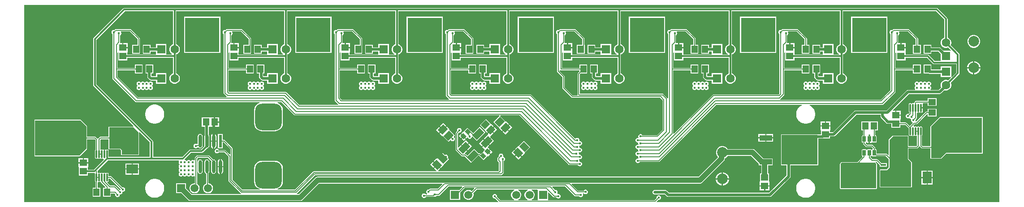
<source format=gbr>
%TF.GenerationSoftware,Altium Limited,Altium Designer,24.0.1 (36)*%
G04 Layer_Physical_Order=1*
G04 Layer_Color=255*
%FSLAX45Y45*%
%MOMM*%
%TF.SameCoordinates,2C358838-E96C-4A59-A5A0-E9FE71613952*%
%TF.FilePolarity,Positive*%
%TF.FileFunction,Copper,L1,Top,Signal*%
%TF.Part,Single*%
G01*
G75*
%TA.AperFunction,SMDPad,CuDef*%
%ADD10R,0.62213X2.46916*%
G04:AMPARAMS|DCode=11|XSize=2.46916mm|YSize=0.62213mm|CornerRadius=0.31107mm|HoleSize=0mm|Usage=FLASHONLY|Rotation=270.000|XOffset=0mm|YOffset=0mm|HoleType=Round|Shape=RoundedRectangle|*
%AMROUNDEDRECTD11*
21,1,2.46916,0.00000,0,0,270.0*
21,1,1.84702,0.62213,0,0,270.0*
1,1,0.62213,0.00000,-0.92351*
1,1,0.62213,0.00000,0.92351*
1,1,0.62213,0.00000,0.92351*
1,1,0.62213,0.00000,-0.92351*
%
%ADD11ROUNDEDRECTD11*%
%ADD12R,1.71550X2.18000*%
%ADD13R,1.30464X1.45620*%
G04:AMPARAMS|DCode=14|XSize=1.30464mm|YSize=1.4562mm|CornerRadius=0mm|HoleSize=0mm|Usage=FLASHONLY|Rotation=315.000|XOffset=0mm|YOffset=0mm|HoleType=Round|Shape=Rectangle|*
%AMROTATEDRECTD14*
4,1,4,-0.97610,-0.05359,0.05359,0.97610,0.97610,0.05359,-0.05359,-0.97610,-0.97610,-0.05359,0.0*
%
%ADD14ROTATEDRECTD14*%

G04:AMPARAMS|DCode=15|XSize=1.30464mm|YSize=1.4562mm|CornerRadius=0mm|HoleSize=0mm|Usage=FLASHONLY|Rotation=225.000|XOffset=0mm|YOffset=0mm|HoleType=Round|Shape=Rectangle|*
%AMROTATEDRECTD15*
4,1,4,-0.05359,0.97610,0.97610,-0.05359,0.05359,-0.97610,-0.97610,0.05359,-0.05359,0.97610,0.0*
%
%ADD15ROTATEDRECTD15*%

G04:AMPARAMS|DCode=16|XSize=1.35mm|YSize=1.1mm|CornerRadius=0mm|HoleSize=0mm|Usage=FLASHONLY|Rotation=225.000|XOffset=0mm|YOffset=0mm|HoleType=Round|Shape=Rectangle|*
%AMROTATEDRECTD16*
4,1,4,0.08839,0.86621,0.86621,0.08839,-0.08839,-0.86621,-0.86621,-0.08839,0.08839,0.86621,0.0*
%
%ADD16ROTATEDRECTD16*%

%ADD17R,1.45620X1.30464*%
%ADD18R,2.18000X1.71550*%
%ADD19R,1.20000X1.45000*%
%ADD20R,1.11760X0.45720*%
%ADD21R,1.80000X4.00000*%
G04:AMPARAMS|DCode=22|XSize=2mm|YSize=1.2mm|CornerRadius=0mm|HoleSize=0mm|Usage=FLASHONLY|Rotation=225.000|XOffset=0mm|YOffset=0mm|HoleType=Round|Shape=Rectangle|*
%AMROTATEDRECTD22*
4,1,4,0.28284,1.13137,1.13137,0.28284,-0.28284,-1.13137,-1.13137,-0.28284,0.28284,1.13137,0.0*
%
%ADD22ROTATEDRECTD22*%

G04:AMPARAMS|DCode=23|XSize=0.75mm|YSize=0.9mm|CornerRadius=0mm|HoleSize=0mm|Usage=FLASHONLY|Rotation=45.000|XOffset=0mm|YOffset=0mm|HoleType=Round|Shape=Rectangle|*
%AMROTATEDRECTD23*
4,1,4,0.05303,-0.58336,-0.58336,0.05303,-0.05303,0.58336,0.58336,-0.05303,0.05303,-0.58336,0.0*
%
%ADD23ROTATEDRECTD23*%

%ADD24R,2.40000X1.00000*%
%ADD25R,6.80000X5.55000*%
%ADD26R,1.45000X1.20000*%
G04:AMPARAMS|DCode=27|XSize=1.45mm|YSize=0.3mm|CornerRadius=0.0495mm|HoleSize=0mm|Usage=FLASHONLY|Rotation=270.000|XOffset=0mm|YOffset=0mm|HoleType=Round|Shape=RoundedRectangle|*
%AMROUNDEDRECTD27*
21,1,1.45000,0.20100,0,0,270.0*
21,1,1.35100,0.30000,0,0,270.0*
1,1,0.09900,-0.10050,-0.67550*
1,1,0.09900,-0.10050,0.67550*
1,1,0.09900,0.10050,0.67550*
1,1,0.09900,0.10050,-0.67550*
%
%ADD27ROUNDEDRECTD27*%
G04:AMPARAMS|DCode=28|XSize=1.1mm|YSize=0.6mm|CornerRadius=0.051mm|HoleSize=0mm|Usage=FLASHONLY|Rotation=270.000|XOffset=0mm|YOffset=0mm|HoleType=Round|Shape=RoundedRectangle|*
%AMROUNDEDRECTD28*
21,1,1.10000,0.49800,0,0,270.0*
21,1,0.99800,0.60000,0,0,270.0*
1,1,0.10200,-0.24900,-0.49900*
1,1,0.10200,-0.24900,0.49900*
1,1,0.10200,0.24900,0.49900*
1,1,0.10200,0.24900,-0.49900*
%
%ADD28ROUNDEDRECTD28*%
%TA.AperFunction,Conductor*%
%ADD29C,0.18000*%
%ADD30C,0.50000*%
%ADD31C,1.00000*%
%ADD32C,0.35000*%
%TA.AperFunction,ComponentPad*%
%ADD33C,2.00000*%
%ADD34R,1.50000X1.50000*%
%ADD35C,1.50000*%
%ADD36R,6.50000X6.50000*%
%ADD37C,1.60000*%
%ADD38R,1.60000X1.60000*%
G04:AMPARAMS|DCode=39|XSize=5mm|YSize=5mm|CornerRadius=1.25mm|HoleSize=0mm|Usage=FLASHONLY|Rotation=90.000|XOffset=0mm|YOffset=0mm|HoleType=Round|Shape=RoundedRectangle|*
%AMROUNDEDRECTD39*
21,1,5.00000,2.50000,0,0,90.0*
21,1,2.50000,5.00000,0,0,90.0*
1,1,2.50000,1.25000,1.25000*
1,1,2.50000,1.25000,-1.25000*
1,1,2.50000,-1.25000,-1.25000*
1,1,2.50000,-1.25000,1.25000*
%
%ADD39ROUNDEDRECTD39*%
%ADD40R,1.60000X1.60000*%
%TA.AperFunction,ViaPad*%
%ADD41C,0.35000*%
%ADD42C,0.50000*%
%ADD43C,0.45000*%
G36*
X21061562Y2638438D02*
X14586322D01*
X14581462Y2650172D01*
X14614597Y2683307D01*
X14616547Y2682500D01*
X14633453D01*
X14649074Y2688970D01*
X14661031Y2700926D01*
X14667500Y2716546D01*
Y2733454D01*
X14661031Y2749074D01*
X14649074Y2761030D01*
X14633453Y2767500D01*
X14616547D01*
X14600926Y2761030D01*
X14588969Y2749074D01*
X14582500Y2733454D01*
Y2716546D01*
X14583307Y2714597D01*
X14544136Y2675425D01*
X12542805D01*
X12532000Y2680000D01*
X12532000Y2688125D01*
Y2820117D01*
X12543733Y2824977D01*
X12634355Y2734355D01*
X12641533Y2729559D01*
X12650000Y2727875D01*
X12688163D01*
X12688970Y2725926D01*
X12700926Y2713970D01*
X12716546Y2707500D01*
X12733454D01*
X12749074Y2713970D01*
X12761030Y2725926D01*
X12767500Y2741546D01*
Y2758454D01*
X12761030Y2774074D01*
X12749074Y2786030D01*
X12733454Y2792500D01*
X12716546D01*
X12713515Y2791244D01*
X12706322Y2802011D01*
X12707167Y2802857D01*
X12713638Y2818477D01*
Y2835385D01*
X12707167Y2851005D01*
X12695212Y2862961D01*
X12679591Y2869431D01*
X12662684D01*
X12662101Y2869189D01*
X12609148Y2922141D01*
X12614009Y2933875D01*
X12855275D01*
X13034961Y2754189D01*
X13042139Y2749393D01*
X13050606Y2747709D01*
X13117188D01*
X13125926Y2738970D01*
X13141547Y2732500D01*
X13158453D01*
X13174074Y2738970D01*
X13186031Y2750926D01*
X13192500Y2766546D01*
Y2783454D01*
X13189182Y2791463D01*
X13195482Y2803931D01*
X13196983Y2804284D01*
X13205376Y2804520D01*
X13215926Y2793970D01*
X13231546Y2787500D01*
X13248454D01*
X13264075Y2793970D01*
X13276030Y2805926D01*
X13282500Y2821546D01*
Y2838454D01*
X13276030Y2854074D01*
X13264075Y2866030D01*
X13248454Y2872500D01*
X13231546D01*
X13215926Y2866030D01*
X13203970Y2854074D01*
X13203163Y2852125D01*
X13182359D01*
X13182036Y2852341D01*
X13173569Y2854025D01*
X13097266D01*
X12973952Y2977338D01*
X12978812Y2989072D01*
X15403000D01*
X15427464Y2993938D01*
X15448204Y3007796D01*
X15851070Y3410662D01*
X15864928Y3431402D01*
X15869795Y3455866D01*
Y3462769D01*
X15871320Y3463178D01*
X15898682Y3478976D01*
X15921024Y3501318D01*
X15926656Y3511072D01*
X16370520D01*
X16512300Y3369292D01*
Y3334300D01*
X16561072D01*
Y3183510D01*
X16539490D01*
Y3029654D01*
X16532190D01*
Y2954422D01*
X16625000D01*
X16717810D01*
Y3029654D01*
X16710510D01*
Y3183510D01*
X16688928D01*
Y3334300D01*
X16777699D01*
Y3459700D01*
X16602708D01*
X16442204Y3620204D01*
X16421465Y3634062D01*
X16397000Y3638928D01*
X15926656D01*
X15921024Y3648682D01*
X15898682Y3671024D01*
X15871320Y3686822D01*
X15840797Y3695000D01*
X15809203D01*
X15778682Y3686822D01*
X15751318Y3671024D01*
X15728976Y3648682D01*
X15713177Y3621318D01*
X15705000Y3590798D01*
Y3559202D01*
X15713177Y3528682D01*
X15728976Y3501318D01*
X15741937Y3488356D01*
Y3482346D01*
X15376520Y3116928D01*
X8178000D01*
X8153535Y3112062D01*
X8132796Y3098204D01*
X7823520Y2788928D01*
X7782065D01*
X7780467Y2801559D01*
X7787645Y2806355D01*
X8129165Y3147875D01*
X11645000D01*
X11653467Y3149559D01*
X11660645Y3154355D01*
X11690645Y3184355D01*
X11695441Y3191533D01*
X11697125Y3200000D01*
Y3413163D01*
X11699074Y3413970D01*
X11711030Y3425926D01*
X11717500Y3441546D01*
Y3458454D01*
X11711030Y3474074D01*
X11699074Y3486030D01*
X11693126Y3488493D01*
X11685900Y3504233D01*
X11686016Y3504514D01*
Y3521421D01*
X11679546Y3537042D01*
X11667590Y3548997D01*
X11651970Y3555467D01*
X11635063D01*
X11619442Y3548997D01*
X11607487Y3537042D01*
X11601016Y3521421D01*
Y3504514D01*
X11601824Y3502565D01*
X11584355Y3485096D01*
X11579559Y3477918D01*
X11577875Y3469451D01*
Y3425000D01*
X11579559Y3416533D01*
X11584355Y3409355D01*
X11602875Y3390835D01*
Y3234165D01*
X11590835Y3222125D01*
X10459972D01*
X10455111Y3233858D01*
X10491578Y3270325D01*
X10433022Y3328881D01*
X10379826Y3275684D01*
X10421651Y3233858D01*
X10416791Y3222125D01*
X8110402D01*
X8101935Y3220441D01*
X8094757Y3215645D01*
X7751237Y2872125D01*
X7418017D01*
X7415491Y2884825D01*
X7448126Y2898343D01*
X7478415Y2921585D01*
X7501657Y2951874D01*
X7516268Y2987147D01*
X7521251Y3025000D01*
Y3275000D01*
X7516268Y3312853D01*
X7501657Y3348126D01*
X7478415Y3378415D01*
X7448126Y3401657D01*
X7412853Y3416268D01*
X7375000Y3421251D01*
X7125000D01*
X7087147Y3416268D01*
X7051874Y3401657D01*
X7021585Y3378415D01*
X6998343Y3348126D01*
X6983732Y3312853D01*
X6978749Y3275000D01*
Y3025000D01*
X6983732Y2987147D01*
X6998343Y2951874D01*
X7021585Y2921585D01*
X7051874Y2898343D01*
X7084509Y2884825D01*
X7081983Y2872125D01*
X6759165D01*
X6572125Y3059165D01*
Y3650000D01*
X6570441Y3658467D01*
X6565645Y3665645D01*
X6424285Y3807005D01*
X6417107Y3811801D01*
X6408640Y3813485D01*
X6384307D01*
Y3927518D01*
X6296693D01*
Y3655202D01*
X6384307D01*
Y3769235D01*
X6399476D01*
X6527875Y3640836D01*
Y3545008D01*
X6516142Y3540148D01*
X6440645Y3615645D01*
X6433467Y3620441D01*
X6425000Y3622125D01*
X6311837D01*
X6311030Y3624074D01*
X6299074Y3636030D01*
X6283454Y3642500D01*
X6266546D01*
X6250926Y3636030D01*
X6238970Y3624074D01*
X6232500Y3608454D01*
Y3591546D01*
X6238970Y3575926D01*
X6250926Y3563970D01*
X6266546Y3557500D01*
X6283454D01*
X6299074Y3563970D01*
X6311030Y3575926D01*
X6311837Y3577875D01*
X6415836D01*
X6499875Y3493835D01*
Y3038402D01*
X6501559Y3029935D01*
X6506355Y3022757D01*
X6722757Y2806355D01*
X6729935Y2801559D01*
X6728337Y2788928D01*
X5801480D01*
X5695000Y2895408D01*
Y2995000D01*
X5505000D01*
Y2805000D01*
X5604592D01*
X5729796Y2679796D01*
X5750536Y2665938D01*
X5775000Y2661072D01*
X7850000D01*
X7874464Y2665938D01*
X7895204Y2679796D01*
X8204480Y2989072D01*
X10531628D01*
X10536489Y2977338D01*
X10451276Y2892125D01*
X10310000D01*
X10301533Y2890441D01*
X10294355Y2885645D01*
X10280403Y2871693D01*
X10278454Y2872500D01*
X10261546D01*
X10245926Y2866030D01*
X10233970Y2854074D01*
X10227500Y2838454D01*
Y2821546D01*
X10233970Y2805926D01*
X10245071Y2794825D01*
X10244684Y2790767D01*
X10241336Y2782125D01*
X10226837D01*
X10226030Y2784074D01*
X10214074Y2796030D01*
X10198454Y2802500D01*
X10181546D01*
X10165926Y2796030D01*
X10153970Y2784074D01*
X10147500Y2768454D01*
Y2751546D01*
X10153970Y2735926D01*
X10165926Y2723970D01*
X10181546Y2717500D01*
X10198454D01*
X10214074Y2723970D01*
X10226030Y2735926D01*
X10226837Y2737875D01*
X10362694D01*
X10371161Y2739559D01*
X10373233Y2740944D01*
X10381546Y2737500D01*
X10398454D01*
X10414074Y2743970D01*
X10426030Y2755926D01*
X10426837Y2757875D01*
X10470000D01*
X10478467Y2759559D01*
X10485645Y2764355D01*
X10655165Y2933875D01*
X10907991D01*
X10912852Y2922141D01*
X10860710Y2870000D01*
X10680000D01*
Y2680000D01*
X10870000D01*
Y2816710D01*
X10959165Y2905875D01*
X11133991D01*
X11138852Y2894142D01*
X11091530Y2846820D01*
X11087331Y2851019D01*
X11065668Y2863526D01*
X11041507Y2870000D01*
X11016493D01*
X10992332Y2863526D01*
X10970669Y2851019D01*
X10952981Y2833331D01*
X10940474Y2811668D01*
X10934000Y2787507D01*
Y2762493D01*
X10940474Y2738332D01*
X10952981Y2716669D01*
X10970669Y2698981D01*
X10992332Y2686474D01*
X11016493Y2680000D01*
X11041507D01*
X11065668Y2686474D01*
X11087331Y2698981D01*
X11105019Y2716669D01*
X11117526Y2738332D01*
X11124000Y2762493D01*
Y2787507D01*
X11117828Y2810539D01*
X11185165Y2877875D01*
X11896814D01*
X11898486Y2865175D01*
X11892332Y2863526D01*
X11870669Y2851019D01*
X11852981Y2833331D01*
X11840474Y2811668D01*
X11834000Y2787507D01*
Y2762493D01*
X11840474Y2738332D01*
X11852981Y2716669D01*
X11870669Y2698981D01*
X11889472Y2688125D01*
X11886367Y2675425D01*
X11630865D01*
X11566693Y2739597D01*
X11567500Y2741546D01*
Y2758454D01*
X11561030Y2774074D01*
X11549074Y2786030D01*
X11533454Y2792500D01*
X11516546D01*
X11500926Y2786030D01*
X11488970Y2774074D01*
X11482500Y2758454D01*
Y2741546D01*
X11488970Y2725926D01*
X11500926Y2713970D01*
X11516546Y2707500D01*
X11533454D01*
X11535403Y2708308D01*
X11593539Y2650172D01*
X11588678Y2638438D01*
X2638438D01*
Y6361561D01*
X21061562D01*
Y2638438D01*
D02*
G37*
G36*
X12342000Y2870000D02*
Y2688125D01*
X12342000Y2680000D01*
X12331195Y2675425D01*
X12225633D01*
X12222528Y2688125D01*
X12241331Y2698981D01*
X12259019Y2716669D01*
X12271526Y2738332D01*
X12278000Y2762493D01*
Y2787507D01*
X12271526Y2811668D01*
X12259019Y2833331D01*
X12241331Y2851019D01*
X12219668Y2863526D01*
X12213514Y2865175D01*
X12215186Y2877875D01*
X12332562D01*
X12342000Y2870000D01*
D02*
G37*
G36*
X12152486Y2865175D02*
X12146332Y2863526D01*
X12124669Y2851019D01*
X12106981Y2833331D01*
X12094474Y2811668D01*
X12088000Y2787507D01*
Y2762493D01*
X12094474Y2738332D01*
X12106981Y2716669D01*
X12124669Y2698981D01*
X12143472Y2688125D01*
X12140367Y2675425D01*
X11971633D01*
X11968528Y2688125D01*
X11987331Y2698981D01*
X12005019Y2716669D01*
X12017526Y2738332D01*
X12024000Y2762493D01*
Y2787507D01*
X12017526Y2811668D01*
X12005019Y2833331D01*
X11987331Y2851019D01*
X11965668Y2863526D01*
X11959514Y2865175D01*
X11961186Y2877875D01*
X12150814D01*
X12152486Y2865175D01*
D02*
G37*
%LPC*%
G36*
X4592810Y5640810D02*
X4510000D01*
Y5565579D01*
X4592810D01*
Y5640810D01*
D02*
G37*
G36*
X12992810D02*
X12909999D01*
Y5565578D01*
X12992810D01*
Y5640810D01*
D02*
G37*
G36*
X20590797Y5795000D02*
X20559203D01*
X20528682Y5786822D01*
X20501318Y5771024D01*
X20478976Y5748682D01*
X20463177Y5721319D01*
X20455000Y5690798D01*
Y5659202D01*
X20463177Y5628682D01*
X20478976Y5601318D01*
X20501318Y5578976D01*
X20528682Y5563178D01*
X20559203Y5555000D01*
X20590797D01*
X20621318Y5563178D01*
X20648682Y5578976D01*
X20671024Y5601318D01*
X20686823Y5628682D01*
X20695000Y5659202D01*
Y5690798D01*
X20686823Y5721319D01*
X20671024Y5748682D01*
X20648682Y5771024D01*
X20621318Y5786822D01*
X20590797Y5795000D01*
D02*
G37*
G36*
X12645000Y6145000D02*
X11955000D01*
Y5455000D01*
X12645000D01*
Y6145000D01*
D02*
G37*
G36*
X4525000Y6305792D02*
X4513217Y6303447D01*
X4503227Y6296773D01*
X3948227Y5741773D01*
X3941552Y5731783D01*
X3939209Y5720000D01*
Y4850000D01*
X3941552Y4838217D01*
X3948227Y4828227D01*
X4700014Y4076441D01*
X4694747Y4063747D01*
X4240000D01*
X4237473Y4062700D01*
X4232300D01*
Y4060557D01*
X4230280Y4059720D01*
X4226253Y4050000D01*
Y3872125D01*
X4075000D01*
X4066533Y3870441D01*
X4059355Y3865645D01*
X4034355Y3840645D01*
X4032056Y3837203D01*
X4030640Y3836748D01*
X4019360D01*
X4017944Y3837203D01*
X4015645Y3840645D01*
X3990645Y3865645D01*
X3983467Y3870441D01*
X3975000Y3872125D01*
X3823746D01*
Y4069999D01*
X3823747Y4070000D01*
X3819720Y4079720D01*
X3709720Y4189720D01*
X3700000Y4193747D01*
X3699999Y4193747D01*
X3520000D01*
Y4195000D01*
X2830000D01*
Y4189046D01*
X2826253Y4180000D01*
Y3520000D01*
X2830000Y3510954D01*
Y3505000D01*
X3520000D01*
Y3506254D01*
X3680000D01*
X3689720Y3510280D01*
X3816741Y3637300D01*
X3817700D01*
Y3638259D01*
X3819720Y3640280D01*
X3823747Y3650000D01*
X3823746Y3650001D01*
Y3827875D01*
X3965835D01*
X3977875Y3815835D01*
Y3625709D01*
X3977225Y3625275D01*
X3973324Y3619437D01*
X3971954Y3612550D01*
Y3477450D01*
X3973324Y3470563D01*
X3977225Y3464725D01*
X3983063Y3460824D01*
X3989950Y3459454D01*
X4010050D01*
X4016937Y3460824D01*
X4025000Y3463881D01*
X4033064Y3460824D01*
X4039950Y3459454D01*
X4060050D01*
X4066937Y3460824D01*
X4075000Y3463881D01*
X4083063Y3460824D01*
X4089950Y3459454D01*
X4110050D01*
X4116937Y3460824D01*
X4119782Y3462725D01*
X4121962Y3459462D01*
X4130215Y3453948D01*
X4134268Y3453141D01*
X4138934Y3439846D01*
X3962044Y3262956D01*
X3949300Y3250213D01*
X3835510D01*
Y3295346D01*
X3842810D01*
Y3370578D01*
X3750000D01*
X3657190D01*
Y3295346D01*
X3664490D01*
Y3141490D01*
X3835510D01*
Y3188630D01*
X3962055D01*
X3964521Y3189121D01*
X3969262Y3183905D01*
X3973011Y3177861D01*
X3971954Y3172550D01*
Y3037450D01*
X3973324Y3030563D01*
X3977225Y3024725D01*
X3977875Y3024291D01*
Y2910200D01*
X3927300D01*
Y2739800D01*
X4072700D01*
Y2910200D01*
X4022125D01*
Y3012858D01*
X4030160Y3018710D01*
X4034825Y3020474D01*
X4039950Y3019454D01*
X4060050D01*
X4066937Y3020824D01*
X4072883Y3023079D01*
X4084357Y3016575D01*
X4085559Y3010533D01*
X4090355Y3003355D01*
X4170810Y2922900D01*
X4165550Y2910200D01*
X4127300D01*
Y2739800D01*
X4272700D01*
Y2802875D01*
X4340836D01*
X4358308Y2785403D01*
X4357500Y2783454D01*
Y2766546D01*
X4363970Y2750926D01*
X4375926Y2738970D01*
X4391546Y2732500D01*
X4408454D01*
X4424074Y2738970D01*
X4436030Y2750926D01*
X4442500Y2766546D01*
Y2782500D01*
X4458454D01*
X4474074Y2788970D01*
X4486030Y2800926D01*
X4492500Y2816546D01*
Y2832500D01*
X4508454D01*
X4524074Y2838970D01*
X4536030Y2850926D01*
X4542500Y2866546D01*
Y2883454D01*
X4536030Y2899074D01*
X4524074Y2911030D01*
X4508454Y2917500D01*
X4491546D01*
X4489597Y2916693D01*
X4285645Y3120645D01*
X4278467Y3125441D01*
X4270000Y3127125D01*
X4228046D01*
Y3172550D01*
X4226676Y3179437D01*
X4222775Y3185275D01*
X4216937Y3189176D01*
X4210050Y3190546D01*
X4189950D01*
X4183063Y3189176D01*
X4175000Y3186119D01*
X4166936Y3189176D01*
X4160050Y3190546D01*
X4139950D01*
X4133063Y3189176D01*
X4125000Y3186119D01*
X4116936Y3189176D01*
X4110050Y3190546D01*
X4089950D01*
X4083063Y3189176D01*
X4075000Y3186119D01*
X4066936Y3189176D01*
X4060050Y3190546D01*
X4039950D01*
X4034825Y3189526D01*
X4030160Y3191290D01*
X4022125Y3197141D01*
Y3225000D01*
X4020441Y3233467D01*
X4020123Y3233944D01*
X4215254Y3429075D01*
X5556011D01*
X5561272Y3416375D01*
X5558971Y3414074D01*
X5552500Y3398454D01*
Y3381546D01*
X5558971Y3365926D01*
X5564100Y3360797D01*
X5569898Y3352500D01*
X5564100Y3344203D01*
X5558971Y3339074D01*
X5552500Y3323454D01*
Y3306546D01*
X5558971Y3290926D01*
X5564100Y3285797D01*
X5569898Y3277500D01*
X5564100Y3269203D01*
X5558971Y3264074D01*
X5552500Y3248454D01*
Y3231546D01*
X5558971Y3215926D01*
X5564100Y3210797D01*
X5569898Y3202500D01*
X5564100Y3194203D01*
X5558971Y3189074D01*
X5552500Y3173454D01*
Y3156546D01*
X5558971Y3140926D01*
X5570926Y3128970D01*
X5586547Y3122500D01*
X5603454D01*
X5619074Y3128970D01*
X5624203Y3134099D01*
X5632500Y3139898D01*
X5640797Y3134099D01*
X5645926Y3128970D01*
X5661546Y3122500D01*
X5678454D01*
X5694074Y3128970D01*
X5699203Y3134100D01*
X5707500Y3139898D01*
X5715797Y3134100D01*
X5720926Y3128970D01*
X5736547Y3122500D01*
X5753454D01*
X5769074Y3128970D01*
X5774203Y3134099D01*
X5782500Y3139898D01*
X5790797Y3134099D01*
X5795926Y3128970D01*
X5811546Y3122500D01*
X5828454D01*
X5844074Y3128970D01*
X5845175Y3130071D01*
X5857875Y3124810D01*
Y2995000D01*
X5841493D01*
X5817332Y2988526D01*
X5795669Y2976019D01*
X5777981Y2958331D01*
X5765474Y2936668D01*
X5759000Y2912507D01*
Y2887493D01*
X5765474Y2863332D01*
X5777981Y2841669D01*
X5795669Y2823981D01*
X5817332Y2811474D01*
X5841493Y2805000D01*
X5866507D01*
X5890668Y2811474D01*
X5912331Y2823981D01*
X5930019Y2841669D01*
X5942526Y2863332D01*
X5949000Y2887493D01*
Y2912507D01*
X5942526Y2936668D01*
X5930019Y2958331D01*
X5912331Y2976019D01*
X5902125Y2981911D01*
Y3460291D01*
X5919709Y3477875D01*
X6105327D01*
X6171054Y3412148D01*
X6168835Y3400991D01*
Y3216289D01*
X6172235Y3199197D01*
X6181917Y3184706D01*
X6196407Y3175024D01*
X6213500Y3171624D01*
X6230592Y3175024D01*
X6245083Y3184706D01*
X6254765Y3199197D01*
X6258165Y3216289D01*
Y3400991D01*
X6254765Y3418084D01*
X6245083Y3432574D01*
X6230592Y3442256D01*
X6213500Y3445656D01*
X6202344Y3443437D01*
X6130136Y3515645D01*
X6122958Y3520441D01*
X6114491Y3522125D01*
X5910544D01*
X5902077Y3520441D01*
X5894899Y3515645D01*
X5864355Y3485101D01*
X5859559Y3477923D01*
X5857875Y3469456D01*
Y3430190D01*
X5845175Y3424929D01*
X5844074Y3426030D01*
X5828454Y3432500D01*
X5811546D01*
X5795926Y3426030D01*
X5790797Y3420901D01*
X5782500Y3415102D01*
X5774203Y3420901D01*
X5769074Y3426030D01*
X5753454Y3432500D01*
X5736547D01*
X5720926Y3426030D01*
X5715797Y3420900D01*
X5707500Y3415102D01*
X5699203Y3420900D01*
X5694074Y3426030D01*
X5678454Y3432500D01*
X5669006D01*
X5663746Y3445200D01*
X5787754Y3569209D01*
X5987491D01*
X5999275Y3571552D01*
X6009264Y3578227D01*
X6085566Y3654530D01*
X6086500Y3654344D01*
X6103592Y3657744D01*
X6118083Y3667426D01*
X6127765Y3681916D01*
X6131165Y3699009D01*
Y3883711D01*
X6127765Y3900803D01*
X6122602Y3908531D01*
Y4064490D01*
X6145346D01*
Y4057190D01*
X6220579D01*
Y4150000D01*
Y4242810D01*
X6145346D01*
Y4235510D01*
X5991490D01*
Y4064490D01*
X6045725D01*
Y3901536D01*
X6045235Y3900803D01*
X6041835Y3883711D01*
Y3699009D01*
X6042021Y3698075D01*
X5974737Y3630791D01*
X5775001D01*
X5775000Y3630792D01*
X5763217Y3628447D01*
X5753227Y3621773D01*
X5622112Y3490658D01*
X5070791D01*
Y3779999D01*
X5070792Y3780000D01*
X5068448Y3791783D01*
X5061773Y3801773D01*
X5061772Y3801773D01*
X4000791Y4862754D01*
Y5707246D01*
X4537754Y6244208D01*
X5446209D01*
Y5620277D01*
X5438402Y5618185D01*
X5415599Y5605020D01*
X5396981Y5586401D01*
X5383815Y5563598D01*
X5377000Y5538165D01*
Y5511835D01*
X5383815Y5486402D01*
X5396981Y5463599D01*
X5415599Y5444980D01*
X5427839Y5437913D01*
X5424436Y5425213D01*
X5323000D01*
Y5625000D01*
X5123000D01*
Y5563439D01*
X5022700D01*
Y5610200D01*
X4877300D01*
Y5439800D01*
X5022700D01*
Y5486562D01*
X5123000D01*
Y5425213D01*
X4585510D01*
Y5470346D01*
X4592810D01*
Y5545579D01*
X4500000D01*
Y5555579D01*
X4490000D01*
Y5640810D01*
X4454022D01*
X4447840Y5649443D01*
X4446452Y5653510D01*
X4447805Y5660312D01*
Y5790185D01*
X4449754Y5790992D01*
X4461709Y5802948D01*
X4468179Y5818568D01*
Y5835476D01*
X4462537Y5849097D01*
X4467602Y5861797D01*
X4631913D01*
X4777875Y5715835D01*
Y5610200D01*
X4677300D01*
Y5439800D01*
X4822700D01*
Y5610200D01*
X4822125D01*
Y5725000D01*
X4820441Y5733467D01*
X4815645Y5740645D01*
X4656723Y5899567D01*
X4649545Y5904363D01*
X4641078Y5906047D01*
X4361081D01*
X4352615Y5904363D01*
X4345437Y5899567D01*
X4336930Y5891060D01*
X4333454Y5892500D01*
X4316547D01*
X4300926Y5886030D01*
X4288971Y5874074D01*
X4282500Y5858454D01*
Y5841546D01*
X4288971Y5825926D01*
X4300926Y5813970D01*
X4302875Y5813163D01*
Y4975000D01*
X4304559Y4966533D01*
X4309355Y4959355D01*
X4734355Y4534355D01*
X4741533Y4529559D01*
X4750000Y4527875D01*
X7081983D01*
X7084509Y4515175D01*
X7051874Y4501657D01*
X7021585Y4478415D01*
X6998343Y4448125D01*
X6983732Y4412852D01*
X6978749Y4375000D01*
Y4125000D01*
X6983732Y4087147D01*
X6998343Y4051874D01*
X7021585Y4021585D01*
X7051874Y3998343D01*
X7087147Y3983732D01*
X7125000Y3978749D01*
X7375000D01*
X7412853Y3983732D01*
X7448126Y3998343D01*
X7478415Y4021585D01*
X7501657Y4051874D01*
X7516268Y4087147D01*
X7521251Y4125000D01*
Y4375000D01*
X7516268Y4412852D01*
X7501657Y4448125D01*
X7478415Y4478415D01*
X7448126Y4501657D01*
X7415491Y4515175D01*
X7418017Y4527875D01*
X7490835D01*
X7734355Y4284355D01*
X7741533Y4279559D01*
X7750000Y4277875D01*
X11610748D01*
X11616008Y4265175D01*
X11502452Y4151619D01*
X11611245Y4042826D01*
X11606083Y4037664D01*
X11659280Y3984467D01*
X11724906Y4050094D01*
X11790533Y4115720D01*
X11737336Y4168917D01*
X11732174Y4163755D01*
X11630754Y4265175D01*
X11636015Y4277875D01*
X11990835D01*
X12924355Y3344355D01*
X12931532Y3339559D01*
X12939999Y3337875D01*
X13093163D01*
X13093970Y3335926D01*
X13105927Y3323970D01*
X13121545Y3317500D01*
X13138454D01*
X13154074Y3323970D01*
X13166029Y3335926D01*
X13172501Y3351546D01*
Y3368454D01*
X13166029Y3384074D01*
X13154074Y3396030D01*
X13138454Y3402500D01*
X13132500D01*
X13122501Y3411547D01*
Y3428454D01*
X13119524Y3435638D01*
X13128357Y3447500D01*
X13138454D01*
X13154074Y3453970D01*
X13166029Y3465926D01*
X13172501Y3481547D01*
Y3498454D01*
X13166029Y3514074D01*
X13154074Y3526030D01*
X13138454Y3532500D01*
X13121545D01*
X13121432Y3532453D01*
X13112453Y3541434D01*
X13112500Y3541546D01*
Y3558454D01*
X13107976Y3569374D01*
X13117535Y3579161D01*
X13121545Y3577500D01*
X13138454D01*
X13154074Y3583970D01*
X13166029Y3595926D01*
X13172501Y3611546D01*
Y3628453D01*
X13166029Y3644074D01*
X13154074Y3656030D01*
X13138454Y3662500D01*
X13132500D01*
X13122501Y3671547D01*
Y3688454D01*
X13119524Y3695638D01*
X13128357Y3707500D01*
X13138454D01*
X13154074Y3713970D01*
X13166029Y3725926D01*
X13172501Y3741546D01*
Y3758454D01*
X13166029Y3774074D01*
X13154074Y3786030D01*
X13138454Y3792500D01*
X13132500D01*
X13122501Y3801547D01*
Y3818454D01*
X13116029Y3834074D01*
X13104074Y3846030D01*
X13088454Y3852500D01*
X13071545D01*
X13055927Y3846030D01*
X13045593Y3835697D01*
X12215645Y4665645D01*
X12208467Y4670441D01*
X12200000Y4672125D01*
X10709165D01*
X10697125Y4684165D01*
Y5127875D01*
X11027300D01*
Y5064800D01*
X11172700D01*
Y5235200D01*
X11027300D01*
Y5172125D01*
X10697125D01*
Y5455045D01*
X10709825Y5462762D01*
X10714490Y5460340D01*
Y5316490D01*
X10885510D01*
Y5363630D01*
X11746209D01*
Y5070277D01*
X11738402Y5068185D01*
X11715599Y5055020D01*
X11696981Y5036401D01*
X11683815Y5013598D01*
X11677001Y4988165D01*
Y4961835D01*
X11683815Y4936402D01*
X11696981Y4913599D01*
X11715599Y4894980D01*
X11738402Y4881815D01*
X11763835Y4875000D01*
X11790166D01*
X11815599Y4881815D01*
X11838402Y4894980D01*
X11857020Y4913599D01*
X11870185Y4936402D01*
X11877000Y4961835D01*
Y4988165D01*
X11870185Y5013598D01*
X11857020Y5036401D01*
X11838402Y5055020D01*
X11815599Y5068185D01*
X11807792Y5070277D01*
Y5400000D01*
Y5429723D01*
X11815599Y5431815D01*
X11838402Y5444980D01*
X11857020Y5463599D01*
X11870185Y5486402D01*
X11877000Y5511835D01*
Y5538165D01*
X11870185Y5563598D01*
X11857020Y5586401D01*
X11838402Y5605020D01*
X11815599Y5618185D01*
X11807792Y5620277D01*
Y6244208D01*
X13846210D01*
Y5620277D01*
X13838402Y5618185D01*
X13815599Y5605020D01*
X13796980Y5586401D01*
X13783815Y5563598D01*
X13777000Y5538165D01*
Y5511835D01*
X13783815Y5486402D01*
X13796980Y5463599D01*
X13815599Y5444980D01*
X13827840Y5437913D01*
X13824435Y5425213D01*
X13723000D01*
Y5625000D01*
X13523000D01*
Y5563439D01*
X13422701D01*
Y5610200D01*
X13277299D01*
Y5439800D01*
X13422701D01*
Y5486562D01*
X13523000D01*
Y5425213D01*
X12985510D01*
Y5470346D01*
X12992810D01*
Y5545578D01*
X12899998D01*
Y5555578D01*
X12889999D01*
Y5640810D01*
X12854022D01*
X12847839Y5649443D01*
X12846452Y5653510D01*
X12847804Y5660312D01*
Y5790185D01*
X12849754Y5790992D01*
X12861710Y5802948D01*
X12868179Y5818568D01*
Y5835476D01*
X12862537Y5849097D01*
X12867603Y5861797D01*
X13031914D01*
X13177875Y5715835D01*
Y5610200D01*
X13077299D01*
Y5439800D01*
X13222701D01*
Y5610200D01*
X13222125D01*
Y5725000D01*
X13220441Y5733467D01*
X13215645Y5740645D01*
X13056723Y5899567D01*
X13049545Y5904363D01*
X13041078Y5906047D01*
X12761081D01*
X12752615Y5904363D01*
X12745437Y5899567D01*
X12736930Y5891060D01*
X12733454Y5892500D01*
X12716547D01*
X12700926Y5886030D01*
X12688971Y5874074D01*
X12682500Y5858454D01*
Y5841546D01*
X12688971Y5825926D01*
X12700926Y5813970D01*
X12702875Y5813163D01*
Y5110000D01*
X12704559Y5101533D01*
X12709355Y5094355D01*
X12802875Y5000835D01*
X12802875Y4800000D01*
X12804559Y4791533D01*
X12809355Y4784355D01*
X12809357Y4784355D01*
X12974017Y4619694D01*
X12981195Y4614898D01*
X12989662Y4613213D01*
X14645497D01*
X14697874Y4560835D01*
Y4009165D01*
X14590836Y3902125D01*
X14316837D01*
X14316029Y3904074D01*
X14304074Y3916030D01*
X14288454Y3922500D01*
X14271545D01*
X14255927Y3916030D01*
X14243970Y3904074D01*
X14237500Y3888454D01*
Y3871546D01*
X14240475Y3864362D01*
X14231644Y3852500D01*
X14221545D01*
X14205927Y3846030D01*
X14193970Y3834074D01*
X14187500Y3818454D01*
Y3801546D01*
X14193970Y3785926D01*
X14205927Y3773970D01*
X14221545Y3767500D01*
X14227501D01*
X14237500Y3758453D01*
Y3741546D01*
X14240475Y3734362D01*
X14231644Y3722500D01*
X14221545D01*
X14205927Y3716030D01*
X14193970Y3704074D01*
X14187500Y3688454D01*
Y3671546D01*
X14193970Y3655926D01*
X14205927Y3643970D01*
X14221545Y3637500D01*
X14227501D01*
X14237500Y3628453D01*
Y3611546D01*
X14240475Y3604362D01*
X14231644Y3592500D01*
X14221545D01*
X14205927Y3586030D01*
X14193970Y3574074D01*
X14187500Y3558454D01*
Y3541546D01*
X14193970Y3525926D01*
X14205927Y3513970D01*
X14221545Y3507500D01*
X14227501D01*
X14237500Y3498453D01*
Y3481546D01*
X14240475Y3474362D01*
X14231644Y3462500D01*
X14221545D01*
X14205927Y3456030D01*
X14193970Y3444074D01*
X14187500Y3428454D01*
Y3411546D01*
X14193970Y3395926D01*
X14205927Y3383970D01*
X14221545Y3377500D01*
X14238454D01*
X14254074Y3383970D01*
X14266029Y3395926D01*
X14266837Y3397875D01*
X14620000D01*
X14628467Y3399559D01*
X14635645Y3404355D01*
X15709164Y4477875D01*
X17325879D01*
X17328406Y4465175D01*
X17314738Y4459514D01*
X17285257Y4439815D01*
X17260185Y4414743D01*
X17240486Y4385262D01*
X17226917Y4352504D01*
X17220000Y4317728D01*
Y4282271D01*
X17226917Y4247496D01*
X17240486Y4214738D01*
X17260185Y4185257D01*
X17285257Y4160185D01*
X17314738Y4140486D01*
X17347496Y4126917D01*
X17382272Y4120000D01*
X17417728D01*
X17452504Y4126917D01*
X17485262Y4140486D01*
X17514743Y4160185D01*
X17539815Y4185257D01*
X17559514Y4214738D01*
X17573083Y4247496D01*
X17580000Y4282271D01*
Y4317728D01*
X17573083Y4352504D01*
X17559514Y4385262D01*
X17539815Y4414743D01*
X17514743Y4439815D01*
X17485262Y4459514D01*
X17471594Y4465175D01*
X17474121Y4477875D01*
X18850000D01*
X18858467Y4479559D01*
X18865645Y4484355D01*
X19090645Y4709355D01*
X19095441Y4716533D01*
X19097125Y4725000D01*
Y5127875D01*
X19427299D01*
Y5064800D01*
X19572701D01*
Y5235200D01*
X19427299D01*
Y5172125D01*
X19097125D01*
Y5455045D01*
X19109825Y5462762D01*
X19114490Y5460340D01*
Y5316490D01*
X19285510D01*
Y5363630D01*
X19692690D01*
X19803093Y5253227D01*
X19813083Y5246553D01*
X19824866Y5244209D01*
X20244209D01*
Y5085754D01*
X20162700Y5004246D01*
X20150000Y5009506D01*
X20150000Y5011088D01*
X20150000Y5011088D01*
X20150000Y5011591D01*
Y5202000D01*
X19950000D01*
Y5140439D01*
X19772701D01*
Y5235200D01*
X19627299D01*
Y5064800D01*
X19729272D01*
X19735500Y5063561D01*
X19735503Y5063561D01*
X19950000D01*
Y5002000D01*
X20140410Y5002000D01*
X20140912D01*
X20140912D01*
X20142494Y5002000D01*
X20143613Y4999301D01*
X20147754Y4989300D01*
X20095598Y4937144D01*
X20088599Y4941185D01*
X20063165Y4948000D01*
X20036835D01*
X20011401Y4941185D01*
X19988599Y4928020D01*
X19969980Y4909401D01*
X19956815Y4886598D01*
X19950000Y4861165D01*
Y4834835D01*
X19956815Y4809402D01*
X19959827Y4804186D01*
X19914078Y4758439D01*
X19761504D01*
X19756242Y4771139D01*
X19761031Y4775926D01*
X19767500Y4791546D01*
Y4808453D01*
X19761031Y4824074D01*
X19755901Y4829203D01*
X19750102Y4837500D01*
X19755901Y4845797D01*
X19761031Y4850926D01*
X19767500Y4866546D01*
Y4883454D01*
X19761031Y4899074D01*
X19749074Y4911030D01*
X19733453Y4917500D01*
X19716547D01*
X19700926Y4911030D01*
X19695798Y4905901D01*
X19687500Y4900102D01*
X19679202Y4905901D01*
X19674074Y4911030D01*
X19658453Y4917500D01*
X19641547D01*
X19625926Y4911030D01*
X19620798Y4905900D01*
X19612500Y4900102D01*
X19604202Y4905900D01*
X19599074Y4911030D01*
X19583453Y4917500D01*
X19566547D01*
X19550926Y4911030D01*
X19545798Y4905901D01*
X19537500Y4900102D01*
X19529202Y4905901D01*
X19524074Y4911030D01*
X19508453Y4917500D01*
X19491547D01*
X19475926Y4911030D01*
X19463969Y4899074D01*
X19457500Y4883454D01*
Y4866546D01*
X19463969Y4850926D01*
X19469099Y4845797D01*
X19474898Y4837500D01*
X19469099Y4829203D01*
X19463969Y4824074D01*
X19457500Y4808453D01*
Y4791546D01*
X19463969Y4775926D01*
X19468758Y4771139D01*
X19463496Y4758439D01*
X19330000D01*
X19315289Y4755512D01*
X19302820Y4747180D01*
X19302818Y4747179D01*
X18924078Y4368439D01*
X18339999D01*
X18325290Y4365512D01*
X18312820Y4357180D01*
X18312819Y4357179D01*
X17913998Y3958360D01*
X17860510D01*
Y3994846D01*
X17867810D01*
Y4070079D01*
X17774998D01*
X17682190D01*
Y3994846D01*
X17689490D01*
Y3915939D01*
X17537502D01*
X17537500Y3915939D01*
X17533784Y3915200D01*
X16932300D01*
Y3334800D01*
X17036562D01*
Y3140922D01*
X16709077Y2813439D01*
X14815923D01*
X14777180Y2852180D01*
X14764709Y2860512D01*
X14750000Y2863439D01*
X14749998Y2863439D01*
X14568259D01*
X14558453Y2867500D01*
X14541547D01*
X14525926Y2861030D01*
X14513969Y2849074D01*
X14507500Y2833454D01*
Y2816546D01*
X14513969Y2800926D01*
X14525926Y2788970D01*
X14541547Y2782500D01*
X14558453D01*
X14568259Y2786561D01*
X14734077D01*
X14772820Y2747820D01*
X14785291Y2739488D01*
X14800000Y2736561D01*
X14800002Y2736561D01*
X16724998D01*
X16725000Y2736561D01*
X16739709Y2739488D01*
X16752180Y2747820D01*
X17102179Y3097819D01*
X17102180Y3097820D01*
X17110512Y3110290D01*
X17113438Y3125000D01*
Y3334800D01*
X17637700D01*
Y3839062D01*
X17724998D01*
X17725000Y3839061D01*
X17739709Y3841988D01*
X17739713Y3841990D01*
X17860510D01*
Y3881483D01*
X17929919D01*
X17929921Y3881483D01*
X17944630Y3884409D01*
X17957101Y3892741D01*
X18355922Y4291561D01*
X18811562D01*
Y4260001D01*
X18811562Y4260000D01*
X18814487Y4245290D01*
X18822820Y4232820D01*
X18925009Y4130631D01*
X18925011Y4130630D01*
X18937480Y4122297D01*
X18952190Y4119371D01*
X18952191Y4119371D01*
X19014490D01*
Y4041490D01*
X19185510D01*
Y4097297D01*
X19283913D01*
X19346954Y4034256D01*
Y3912450D01*
X19348325Y3905563D01*
X19352225Y3899725D01*
X19358063Y3895824D01*
X19364951Y3894454D01*
X19385049D01*
X19391937Y3895824D01*
X19394781Y3897725D01*
X19396962Y3894462D01*
X19405215Y3888948D01*
X19414951Y3887011D01*
X19414999D01*
Y3979999D01*
X19434999D01*
Y3887011D01*
X19435049D01*
X19444785Y3888948D01*
X19453038Y3894462D01*
X19455219Y3897725D01*
X19458063Y3895824D01*
X19464951Y3894454D01*
X19485049D01*
X19490173Y3895474D01*
X19494841Y3893708D01*
X19502875Y3887858D01*
Y3709164D01*
X19490836Y3697125D01*
X19343745D01*
Y3880000D01*
X19342700Y3882526D01*
Y3887700D01*
X19340556D01*
X19339720Y3889720D01*
X19330000Y3893747D01*
X19050002D01*
X19050000Y3893747D01*
X19040280Y3889720D01*
X18970280Y3819720D01*
X18966254Y3810000D01*
X18966254Y3809999D01*
Y3531630D01*
X18954520Y3526770D01*
X18936545Y3544745D01*
X18929367Y3549541D01*
X18920900Y3551225D01*
X18738048D01*
Y3619900D01*
X18736667Y3626845D01*
X18732733Y3632733D01*
X18726845Y3636667D01*
X18719901Y3638049D01*
X18717125D01*
Y3655000D01*
X18715440Y3663467D01*
X18710645Y3670645D01*
X18665645Y3715645D01*
X18658467Y3720441D01*
X18650000Y3722125D01*
X18559164D01*
X18531650Y3749640D01*
X18536040Y3763173D01*
X18536845Y3763333D01*
X18540407Y3765713D01*
X18551479Y3764994D01*
X18555746Y3763885D01*
X18557004Y3762004D01*
X18565306Y3756457D01*
X18575101Y3754508D01*
X18589999D01*
Y3830000D01*
X18609999D01*
Y3754508D01*
X18624899D01*
X18634692Y3756457D01*
X18642996Y3762004D01*
X18644252Y3763885D01*
X18648521Y3764994D01*
X18659593Y3765713D01*
X18663155Y3763333D01*
X18670100Y3761951D01*
X18719901D01*
X18726845Y3763333D01*
X18732733Y3767267D01*
X18736667Y3773155D01*
X18738048Y3780100D01*
Y3879900D01*
X18736667Y3886845D01*
X18732733Y3892733D01*
X18726845Y3896667D01*
X18719901Y3898049D01*
X18717125D01*
Y3989490D01*
X18764088D01*
Y4160510D01*
X18615633D01*
X18608224Y4160510D01*
X18595525Y4160510D01*
X18447067D01*
Y3989490D01*
X18482874D01*
Y3898049D01*
X18480099D01*
X18473155Y3896667D01*
X18467267Y3892733D01*
X18463332Y3886845D01*
X18461951Y3879900D01*
Y3780100D01*
X18463332Y3773155D01*
X18467267Y3767267D01*
X18473155Y3763333D01*
X18480099Y3761951D01*
X18482874D01*
Y3745000D01*
X18484560Y3736534D01*
X18489355Y3729356D01*
X18534355Y3684355D01*
X18541533Y3679559D01*
X18550000Y3677875D01*
X18640836D01*
X18668352Y3650360D01*
X18663960Y3636828D01*
X18663155Y3636667D01*
X18657268Y3632733D01*
X18654321Y3628325D01*
X18647501Y3627527D01*
X18640678Y3628325D01*
X18637733Y3632733D01*
X18631845Y3636667D01*
X18624899Y3638049D01*
X18575101D01*
X18568155Y3636667D01*
X18562267Y3632733D01*
X18559322Y3628325D01*
X18552499Y3627527D01*
X18545679Y3628325D01*
X18542732Y3632733D01*
X18536845Y3636667D01*
X18529900Y3638049D01*
X18480099D01*
X18473155Y3636667D01*
X18467267Y3632733D01*
X18463332Y3626845D01*
X18461951Y3619900D01*
Y3520100D01*
X18463332Y3513155D01*
X18467267Y3507267D01*
X18470712Y3504964D01*
X18473663Y3494821D01*
X18473938Y3490228D01*
X18377457Y3393747D01*
X18080000D01*
X18070280Y3389720D01*
X18070279Y3389720D01*
X18050281Y3369720D01*
X18046252Y3360000D01*
X18046252Y3360000D01*
Y2900000D01*
X18050281Y2890280D01*
X18060001Y2886254D01*
X18730000D01*
X18739720Y2890280D01*
X18743745Y2900000D01*
Y3359999D01*
X18743747Y3360000D01*
X18739722Y3369721D01*
X18739719Y3369721D01*
X18719720Y3389720D01*
X18718623Y3390175D01*
X18721150Y3402875D01*
X18740414D01*
X18798520Y3344770D01*
Y3304940D01*
X18935680D01*
Y3376060D01*
X18829810D01*
X18765225Y3440645D01*
X18758047Y3445441D01*
X18749580Y3447125D01*
X18659164D01*
X18622125Y3484165D01*
Y3501951D01*
X18624899D01*
X18631845Y3503333D01*
X18637733Y3507267D01*
X18640678Y3511675D01*
X18647501Y3512473D01*
X18654321Y3511675D01*
X18657268Y3507267D01*
X18663155Y3503333D01*
X18670100Y3501951D01*
X18719901D01*
X18726845Y3503333D01*
X18732295Y3506975D01*
X18911736D01*
X18966254Y3452457D01*
Y3295694D01*
X18924306Y3253747D01*
X18810001D01*
X18800281Y3249720D01*
X18800006Y3249060D01*
X18798520D01*
Y3245471D01*
X18796252Y3240000D01*
Y2930000D01*
X18798520Y2924529D01*
Y2923940D01*
X18798764D01*
X18800281Y2920280D01*
X18810001Y2916254D01*
X19389999D01*
X19399719Y2920280D01*
X19403748Y2930000D01*
Y2978300D01*
X19404750D01*
Y3221700D01*
X19403748D01*
Y3389999D01*
X19403748Y3390000D01*
X19399719Y3399720D01*
X19343745Y3455694D01*
Y3652875D01*
X19500000D01*
X19508467Y3654559D01*
X19515645Y3659355D01*
X19540645Y3684355D01*
X19542944Y3687796D01*
X19544360Y3688252D01*
X19555640D01*
X19557056Y3687796D01*
X19559355Y3684355D01*
X19584355Y3659355D01*
X19591533Y3654559D01*
X19600000Y3652875D01*
X19756255D01*
Y3470000D01*
X19757300Y3467473D01*
Y3462300D01*
X19759444D01*
X19760280Y3460280D01*
X19770000Y3456253D01*
X19950000D01*
X19959720Y3460280D01*
X19959721Y3460280D01*
X19961742Y3462300D01*
X19962700D01*
Y3463260D01*
X20046332Y3546891D01*
X20055000Y3555000D01*
Y3555000D01*
X20055000Y3555000D01*
X20745000D01*
Y4245000D01*
X20055000D01*
Y4243746D01*
X19930000D01*
X19930000Y4243747D01*
X19920279Y4239721D01*
X19920279Y4239719D01*
X19760280Y4079720D01*
X19756253Y4070000D01*
X19756255Y4069999D01*
Y3697125D01*
X19609164D01*
X19597125Y3709165D01*
Y3899291D01*
X19597775Y3899725D01*
X19601675Y3905563D01*
X19603046Y3912450D01*
Y4047550D01*
X19601675Y4054437D01*
X19597775Y4060275D01*
X19591937Y4064176D01*
X19585049Y4065546D01*
X19564951D01*
X19558063Y4064176D01*
X19550000Y4061119D01*
X19541936Y4064176D01*
X19535049Y4065546D01*
X19514951D01*
X19508063Y4064176D01*
X19500000Y4061119D01*
X19491936Y4064176D01*
X19485049Y4065546D01*
X19464951D01*
X19458063Y4064176D01*
X19455219Y4062275D01*
X19453038Y4065538D01*
X19444785Y4071052D01*
X19440535Y4071897D01*
X19435773Y4085095D01*
X19458685Y4108007D01*
X19488075D01*
X19496542Y4109692D01*
X19503722Y4114488D01*
X19692101Y4302866D01*
X19704800Y4297606D01*
Y4257300D01*
X19875200D01*
Y4402700D01*
X19704800D01*
Y4352125D01*
X19687944D01*
X19679477Y4350441D01*
X19672299Y4345645D01*
X19484750Y4158096D01*
X19479198Y4159221D01*
X19471860Y4173450D01*
X19473984Y4178579D01*
Y4193943D01*
X19490645Y4210604D01*
X19495441Y4217782D01*
X19497125Y4226249D01*
Y4320242D01*
X19509825Y4328031D01*
X19514951Y4327011D01*
X19514999D01*
Y4420001D01*
X19535001D01*
Y4327011D01*
X19535049D01*
X19544785Y4328948D01*
X19550000Y4332433D01*
X19555215Y4328948D01*
X19564951Y4327011D01*
X19564999D01*
Y4420000D01*
X19574998D01*
Y4430000D01*
X19610489D01*
Y4487550D01*
X19608972Y4495175D01*
X19612950Y4502966D01*
X19616750Y4507875D01*
X19704800D01*
Y4457300D01*
X19875200D01*
Y4602700D01*
X19704800D01*
Y4552125D01*
X19485544D01*
X19477077Y4550441D01*
X19469899Y4545645D01*
X19459355Y4535101D01*
X19454559Y4527923D01*
X19452875Y4519456D01*
Y4512142D01*
X19444841Y4506291D01*
X19440173Y4504526D01*
X19435049Y4505546D01*
X19414951D01*
X19408063Y4504176D01*
X19400000Y4501119D01*
X19391936Y4504176D01*
X19385049Y4505546D01*
X19364951D01*
X19358063Y4504176D01*
X19352225Y4500275D01*
X19348325Y4494437D01*
X19346954Y4487550D01*
Y4352450D01*
X19348325Y4345563D01*
X19352225Y4339725D01*
X19352875Y4339291D01*
Y4315680D01*
X19341064Y4303869D01*
X19339114Y4304676D01*
X19322208D01*
X19306587Y4298206D01*
X19294630Y4286251D01*
X19288161Y4270630D01*
Y4253723D01*
X19294630Y4238103D01*
X19306587Y4226147D01*
X19322208Y4219677D01*
X19339114D01*
X19354735Y4226147D01*
X19368224Y4221674D01*
X19375926Y4213970D01*
X19381873Y4211507D01*
X19389101Y4195767D01*
X19388985Y4195486D01*
Y4178579D01*
X19395454Y4162958D01*
X19407410Y4151003D01*
X19417119Y4146981D01*
X19420897Y4132799D01*
X19365944Y4077846D01*
X19308723Y4135067D01*
X19301546Y4139863D01*
X19293079Y4141547D01*
X19185510D01*
Y4195346D01*
X19192810D01*
Y4270578D01*
X19099998D01*
Y4280578D01*
X19089999D01*
Y4365810D01*
X19046764D01*
X19041904Y4377543D01*
X19345921Y4681561D01*
X19929999D01*
X19930000Y4681561D01*
X19944710Y4684487D01*
X19957179Y4692820D01*
X20017532Y4753172D01*
X20036835Y4748000D01*
X20063165D01*
X20088599Y4754815D01*
X20111401Y4767980D01*
X20130020Y4786599D01*
X20143185Y4809402D01*
X20150000Y4834835D01*
Y4861165D01*
X20143185Y4886598D01*
X20139143Y4893598D01*
X20296771Y5051227D01*
X20296773Y5051227D01*
X20303448Y5061217D01*
X20305792Y5073000D01*
X20305791Y5073001D01*
Y5275000D01*
Y5426999D01*
X20305792Y5427000D01*
X20303448Y5438783D01*
X20296773Y5448773D01*
X20296771Y5448773D01*
X20139143Y5606402D01*
X20143185Y5613402D01*
X20150000Y5638835D01*
Y5665165D01*
X20143185Y5690598D01*
X20130020Y5713401D01*
X20111401Y5732020D01*
X20088599Y5745185D01*
X20080791Y5747277D01*
Y6100000D01*
X20078448Y6111783D01*
X20071773Y6121773D01*
X19896773Y6296773D01*
X19886783Y6303447D01*
X19875000Y6305791D01*
X4525001D01*
X4525000Y6305792D01*
D02*
G37*
G36*
X20591508Y5300400D02*
X20587700D01*
Y5187700D01*
X20700400D01*
Y5191509D01*
X20691853Y5223403D01*
X20675345Y5251997D01*
X20651997Y5275345D01*
X20623402Y5291854D01*
X20591508Y5300400D01*
D02*
G37*
G36*
X20562300D02*
X20558492D01*
X20526598Y5291854D01*
X20498003Y5275345D01*
X20474655Y5251997D01*
X20458147Y5223403D01*
X20449600Y5191509D01*
Y5187700D01*
X20562300D01*
Y5300400D01*
D02*
G37*
G36*
X20700400Y5162300D02*
X20587700D01*
Y5049600D01*
X20591508D01*
X20623402Y5058146D01*
X20651997Y5074655D01*
X20675345Y5098003D01*
X20691853Y5126598D01*
X20700400Y5158491D01*
Y5162300D01*
D02*
G37*
G36*
X20562300D02*
X20449600D01*
Y5158491D01*
X20458147Y5126598D01*
X20474655Y5098003D01*
X20498003Y5074655D01*
X20526598Y5058146D01*
X20558492Y5049600D01*
X20562300D01*
Y5162300D01*
D02*
G37*
G36*
X11333453Y4917500D02*
X11316546D01*
X11300926Y4911030D01*
X11295797Y4905901D01*
X11287500Y4900102D01*
X11279203Y4905901D01*
X11274074Y4911030D01*
X11258453Y4917500D01*
X11241546D01*
X11225926Y4911030D01*
X11220796Y4905900D01*
X11212500Y4900102D01*
X11204203Y4905900D01*
X11199074Y4911030D01*
X11183453Y4917500D01*
X11166546D01*
X11150926Y4911030D01*
X11145797Y4905901D01*
X11137500Y4900102D01*
X11129203Y4905901D01*
X11124074Y4911030D01*
X11108454Y4917500D01*
X11091546D01*
X11075926Y4911030D01*
X11063970Y4899074D01*
X11057500Y4883454D01*
Y4866546D01*
X11063970Y4850926D01*
X11069100Y4845797D01*
X11074898Y4837500D01*
X11069100Y4829203D01*
X11063970Y4824074D01*
X11057500Y4808453D01*
Y4791546D01*
X11063970Y4775926D01*
X11075926Y4763970D01*
X11091546Y4757500D01*
X11108454D01*
X11124074Y4763970D01*
X11129203Y4769099D01*
X11137500Y4774898D01*
X11145797Y4769099D01*
X11150926Y4763970D01*
X11166546Y4757500D01*
X11183453D01*
X11199074Y4763970D01*
X11204203Y4769099D01*
X11212500Y4774898D01*
X11220796Y4769099D01*
X11225926Y4763970D01*
X11241546Y4757500D01*
X11258453D01*
X11274074Y4763970D01*
X11279203Y4769099D01*
X11287500Y4774898D01*
X11295797Y4769099D01*
X11300926Y4763970D01*
X11316546Y4757500D01*
X11333453D01*
X11349074Y4763970D01*
X11361029Y4775926D01*
X11367499Y4791546D01*
Y4808453D01*
X11361029Y4824074D01*
X11355900Y4829203D01*
X11350102Y4837500D01*
X11355900Y4845797D01*
X11361029Y4850926D01*
X11367499Y4866546D01*
Y4883454D01*
X11361029Y4899074D01*
X11349074Y4911030D01*
X11333453Y4917500D01*
D02*
G37*
G36*
X11372700Y5235200D02*
X11227300D01*
Y5064800D01*
X11261561D01*
Y5004291D01*
X11261561Y5004289D01*
X11264488Y4989580D01*
X11272820Y4977109D01*
X11302109Y4947820D01*
X11302109Y4947820D01*
X11314580Y4939487D01*
X11329290Y4936561D01*
X11423001D01*
Y4875000D01*
X11623000D01*
Y5075000D01*
X11423001D01*
Y5013439D01*
X11345211D01*
X11338439Y5020211D01*
Y5064800D01*
X11372700D01*
Y5235200D01*
D02*
G37*
G36*
X19610489Y4410000D02*
X19584999D01*
Y4327011D01*
X19585049D01*
X19594785Y4328948D01*
X19603038Y4334462D01*
X19608553Y4342715D01*
X19610489Y4352450D01*
Y4410000D01*
D02*
G37*
G36*
X19192810Y4365810D02*
X19109999D01*
Y4290578D01*
X19192810D01*
Y4365810D01*
D02*
G37*
G36*
X6315810Y4242810D02*
X6240579D01*
Y4160000D01*
X6315810D01*
Y4242810D01*
D02*
G37*
G36*
X5117728Y4480000D02*
X5082272D01*
X5047496Y4473082D01*
X5014738Y4459514D01*
X4985257Y4439815D01*
X4960185Y4414743D01*
X4940486Y4385262D01*
X4926917Y4352504D01*
X4920000Y4317728D01*
Y4282271D01*
X4926917Y4247496D01*
X4940486Y4214738D01*
X4960185Y4185257D01*
X4985257Y4160185D01*
X5014738Y4140486D01*
X5047496Y4126917D01*
X5082272Y4120000D01*
X5117728D01*
X5152504Y4126917D01*
X5185262Y4140486D01*
X5214743Y4160185D01*
X5239815Y4185257D01*
X5259514Y4214738D01*
X5273083Y4247496D01*
X5280000Y4282271D01*
Y4317728D01*
X5273083Y4352504D01*
X5259514Y4385262D01*
X5239815Y4414743D01*
X5214743Y4439815D01*
X5185262Y4459514D01*
X5152504Y4473082D01*
X5117728Y4480000D01*
D02*
G37*
G36*
X17867810Y4165310D02*
X17784999D01*
Y4090079D01*
X17867810D01*
Y4165310D01*
D02*
G37*
G36*
X17764999D02*
X17682190D01*
Y4090079D01*
X17764999D01*
Y4165310D01*
D02*
G37*
G36*
X6315810Y4140000D02*
X6240579D01*
Y4057190D01*
X6315810D01*
Y4140000D01*
D02*
G37*
G36*
X10548381Y4132872D02*
X10489826Y4074316D01*
X10543023Y4021119D01*
X10601578Y4079675D01*
X10548381Y4132872D01*
D02*
G37*
G36*
X11804675Y4101578D02*
X11746120Y4043023D01*
X11799316Y3989826D01*
X11857872Y4048381D01*
X11804675Y4101578D01*
D02*
G37*
G36*
X11518440Y4055304D02*
X11463639Y4000502D01*
X11509601Y3954540D01*
X11564402Y4009341D01*
X11518440Y4055304D01*
D02*
G37*
G36*
X10475684Y4060174D02*
X10417128Y4001619D01*
X10470325Y3948422D01*
X10528881Y4006977D01*
X10475684Y4060174D01*
D02*
G37*
G36*
X11359342Y4204078D02*
X11245922Y4090659D01*
X11339755Y3996826D01*
X11334593Y3991664D01*
X11380554Y3945702D01*
X11442426Y4007573D01*
X11504298Y4069446D01*
X11458336Y4115407D01*
X11453174Y4110245D01*
X11359342Y4204078D01*
D02*
G37*
G36*
X11241317Y4059694D02*
X11119035Y3937412D01*
X11073376Y3983071D01*
X11071564Y3984282D01*
X11012123Y4043723D01*
X10941130Y3972730D01*
X10931749Y3964715D01*
X10927270Y3969194D01*
X10893683Y3935607D01*
X10939645Y3889645D01*
X10985606Y3843683D01*
X11000595Y3858672D01*
X11013052Y3856194D01*
X11014111Y3853636D01*
X11026067Y3841681D01*
X11041687Y3835211D01*
X11058594D01*
X11074215Y3841681D01*
X11086170Y3853636D01*
X11092641Y3869257D01*
Y3871646D01*
X11105341Y3876907D01*
X11184749Y3797499D01*
X11344130Y3956881D01*
X11241317Y4059694D01*
D02*
G37*
G36*
X11731977Y4028881D02*
X11673422Y3970325D01*
X11726619Y3917128D01*
X11785174Y3975684D01*
X11731977Y4028881D01*
D02*
G37*
G36*
X16785001Y3923000D02*
X16655000D01*
Y3863000D01*
X16785001D01*
Y3923000D01*
D02*
G37*
G36*
X16635001D02*
X16505000D01*
Y3863000D01*
X16635001D01*
Y3923000D01*
D02*
G37*
G36*
X10879541Y3921465D02*
X10845953Y3887877D01*
X10884844Y3848986D01*
X10918431Y3882574D01*
X10879541Y3921465D01*
D02*
G37*
G36*
X6223500Y3933830D02*
Y3801360D01*
X6265608D01*
Y3883711D01*
X6261641Y3903652D01*
X6250346Y3920557D01*
X6233441Y3931852D01*
X6223500Y3933830D01*
D02*
G37*
G36*
X6203500D02*
X6193559Y3931852D01*
X6176654Y3920557D01*
X6165359Y3903652D01*
X6161392Y3883711D01*
Y3801360D01*
X6203500D01*
Y3933830D01*
D02*
G37*
G36*
X10932574Y3868431D02*
X10898986Y3834844D01*
X10937877Y3795953D01*
X10971464Y3829541D01*
X10932574Y3868431D01*
D02*
G37*
G36*
X10615720Y4065532D02*
X10550094Y3999906D01*
X10484467Y3934279D01*
X10537664Y3881083D01*
X10542826Y3886245D01*
X10651619Y3777452D01*
X10682395Y3808228D01*
X10693970Y3805926D01*
X10705926Y3793970D01*
X10721546Y3787500D01*
X10738454D01*
X10754074Y3793970D01*
X10766030Y3805926D01*
X10772500Y3821546D01*
Y3838454D01*
X10766030Y3854074D01*
X10754195Y3865909D01*
X10752063Y3877896D01*
X10772548Y3898381D01*
X10663755Y4007174D01*
X10668917Y4012336D01*
X10615720Y4065532D01*
D02*
G37*
G36*
X11449497Y3986360D02*
X11394697Y3931560D01*
X11400673Y3925584D01*
X11396881Y3914454D01*
X11395361Y3912935D01*
X11319100Y3836673D01*
X11368597Y3787175D01*
X11446379Y3864956D01*
X11436867Y3874468D01*
X11440659Y3885598D01*
X11442178Y3887117D01*
X11495459Y3940398D01*
X11449497Y3986360D01*
D02*
G37*
G36*
X16785001Y3843000D02*
X16655000D01*
Y3783000D01*
X16785001D01*
Y3843000D01*
D02*
G37*
G36*
X16635001D02*
X16505000D01*
Y3783000D01*
X16635001D01*
Y3843000D01*
D02*
G37*
G36*
X5959500Y3928376D02*
X5942407Y3924976D01*
X5927917Y3915294D01*
X5918235Y3900803D01*
X5914835Y3883711D01*
Y3738229D01*
X5902135Y3732969D01*
X5899074Y3736030D01*
X5883454Y3742500D01*
X5866546D01*
X5850926Y3736030D01*
X5838970Y3724074D01*
X5832500Y3708454D01*
Y3691546D01*
X5838970Y3675926D01*
X5850926Y3663970D01*
X5866546Y3657500D01*
X5883454D01*
X5899074Y3663970D01*
X5908592Y3673488D01*
X5919849Y3674307D01*
X5923805Y3673581D01*
X5927917Y3667426D01*
X5942407Y3657744D01*
X5959500Y3654344D01*
X5976592Y3657744D01*
X5991083Y3667426D01*
X6000765Y3681916D01*
X6004165Y3699009D01*
Y3883711D01*
X6000765Y3900803D01*
X5991083Y3915294D01*
X5976592Y3924976D01*
X5959500Y3928376D01*
D02*
G37*
G36*
X11460521Y3850814D02*
X11382739Y3773033D01*
X11432237Y3723536D01*
X11510018Y3801317D01*
X11460521Y3850814D01*
D02*
G37*
G36*
X11304958Y3822531D02*
X11227175Y3744748D01*
X11276673Y3695251D01*
X11354455Y3773033D01*
X11304958Y3822531D01*
D02*
G37*
G36*
X12076619Y3797548D02*
X11967826Y3688755D01*
X11962664Y3693917D01*
X11909467Y3640720D01*
X11975094Y3575094D01*
X12040720Y3509467D01*
X12093917Y3562664D01*
X12088755Y3567826D01*
X12197548Y3676619D01*
X12076619Y3797548D01*
D02*
G37*
G36*
X10979688Y3808388D02*
X10901906Y3730606D01*
X10951403Y3681109D01*
X11029185Y3758891D01*
X10979688Y3808388D01*
D02*
G37*
G36*
X6265608Y3781360D02*
X6223500D01*
Y3648890D01*
X6233441Y3650867D01*
X6250346Y3662163D01*
X6261641Y3679068D01*
X6265608Y3699009D01*
Y3781360D01*
D02*
G37*
G36*
X6203500D02*
X6161392D01*
Y3699009D01*
X6165359Y3679068D01*
X6176654Y3662163D01*
X6193559Y3650867D01*
X6203500Y3648890D01*
Y3781360D01*
D02*
G37*
G36*
X11043327Y3744749D02*
X10965545Y3666967D01*
X11015042Y3617469D01*
X11092825Y3695251D01*
X11043327Y3744749D01*
D02*
G37*
G36*
X11440156Y3626014D02*
X11406568Y3592426D01*
X11445459Y3553535D01*
X11479047Y3587123D01*
X11440156Y3626014D01*
D02*
G37*
G36*
X11895325Y3626578D02*
X11842128Y3573381D01*
X11900684Y3514826D01*
X11953881Y3568023D01*
X11895325Y3626578D01*
D02*
G37*
G36*
X10861680Y4038241D02*
X10844772D01*
X10829152Y4031771D01*
X10817196Y4019815D01*
X10810726Y4004195D01*
Y3987288D01*
X10811533Y3985338D01*
X10802473Y3976278D01*
X10797677Y3969100D01*
X10795992Y3960633D01*
Y3957282D01*
X10793622Y3954911D01*
X10788826Y3947733D01*
X10787141Y3939266D01*
Y3626670D01*
X10788826Y3618204D01*
X10793622Y3611026D01*
X10895462Y3509185D01*
X10902640Y3504389D01*
X10911107Y3502705D01*
X10955682D01*
X10990913Y3467474D01*
X10992725Y3466263D01*
X11078683Y3380306D01*
X11215939Y3517562D01*
X11225990D01*
X11251623Y3491929D01*
X11253436Y3490718D01*
X11312877Y3431277D01*
X11383587Y3501987D01*
X11383871Y3502270D01*
X11393251Y3510285D01*
X11397730Y3505806D01*
X11431317Y3539393D01*
X11385355Y3585355D01*
X11392426Y3592426D01*
X11385355Y3599497D01*
X11426014Y3640156D01*
X11387435Y3678735D01*
X11418095Y3709394D01*
X11368597Y3758891D01*
X11290815Y3681109D01*
X11340000Y3631924D01*
X11305806Y3597730D01*
X11310284Y3593251D01*
X11302270Y3583871D01*
X11301987Y3583587D01*
X11262266Y3543866D01*
X11250799Y3555332D01*
X11243621Y3560129D01*
X11235154Y3561813D01*
X11215940D01*
X11135252Y3642501D01*
X11006859Y3514108D01*
X10980492Y3540475D01*
X10973314Y3545271D01*
X10964847Y3546955D01*
X10961122D01*
X10956262Y3558688D01*
X11000900Y3603327D01*
X10944332Y3659896D01*
X10887763Y3716464D01*
X10843125Y3671825D01*
X10831392Y3676686D01*
Y3930102D01*
X10833762Y3932473D01*
X10838558Y3939651D01*
X10839003Y3941885D01*
X10844773Y3953242D01*
X10861680D01*
X10877300Y3959712D01*
X10889256Y3971667D01*
X10895726Y3987288D01*
Y4004195D01*
X10889256Y4019815D01*
X10877300Y4031771D01*
X10861680Y4038241D01*
D02*
G37*
G36*
X10541619Y3572548D02*
X10432826Y3463755D01*
X10427664Y3468917D01*
X10374467Y3415720D01*
X10440093Y3350094D01*
X10505720Y3284467D01*
X10558917Y3337664D01*
X10553755Y3342826D01*
X10662548Y3451619D01*
X10639606Y3474561D01*
X10642500Y3481546D01*
Y3498454D01*
X10636030Y3514074D01*
X10624074Y3526030D01*
X10608454Y3532500D01*
X10591546D01*
X10584561Y3529606D01*
X10541619Y3572548D01*
D02*
G37*
G36*
X11968023Y3553881D02*
X11914826Y3500684D01*
X11973381Y3442128D01*
X12026578Y3495325D01*
X11968023Y3553881D01*
D02*
G37*
G36*
X3842810Y3465810D02*
X3760000D01*
Y3390578D01*
X3842810D01*
Y3465810D01*
D02*
G37*
G36*
X3740000D02*
X3657190D01*
Y3390578D01*
X3740000D01*
Y3465810D01*
D02*
G37*
G36*
X6350500Y3451110D02*
Y3318640D01*
X6392608D01*
Y3400991D01*
X6388641Y3420932D01*
X6377346Y3437837D01*
X6360441Y3449133D01*
X6350500Y3451110D01*
D02*
G37*
G36*
X6330500D02*
X6320559Y3449133D01*
X6303654Y3437837D01*
X6292359Y3420932D01*
X6288392Y3400991D01*
Y3318640D01*
X6330500D01*
Y3451110D01*
D02*
G37*
G36*
X10360325Y3401578D02*
X10307128Y3348381D01*
X10365684Y3289826D01*
X10418880Y3343023D01*
X10360325Y3401578D01*
D02*
G37*
G36*
X4804000Y3368325D02*
X4685000D01*
Y3272550D01*
X4804000D01*
Y3368325D01*
D02*
G37*
G36*
X4665000D02*
X4546000D01*
Y3272550D01*
X4665000D01*
Y3368325D01*
D02*
G37*
G36*
X5959500Y3445656D02*
X5942407Y3442256D01*
X5927917Y3432574D01*
X5918235Y3418084D01*
X5914835Y3400991D01*
Y3216289D01*
X5918235Y3199197D01*
X5927917Y3184706D01*
X5942407Y3175024D01*
X5959500Y3171624D01*
X5976592Y3175024D01*
X5991083Y3184706D01*
X6000765Y3199197D01*
X6004165Y3216289D01*
Y3400991D01*
X6000765Y3418084D01*
X5991083Y3432574D01*
X5976592Y3442256D01*
X5959500Y3445656D01*
D02*
G37*
G36*
X6392608Y3298640D02*
X6350500D01*
Y3166170D01*
X6360441Y3168148D01*
X6377346Y3179443D01*
X6388641Y3196348D01*
X6392608Y3216289D01*
Y3298640D01*
D02*
G37*
G36*
X6330500D02*
X6288392D01*
Y3216289D01*
X6292359Y3196348D01*
X6303654Y3179443D01*
X6320559Y3168148D01*
X6330500Y3166170D01*
Y3298640D01*
D02*
G37*
G36*
X4804000Y3252550D02*
X4685000D01*
Y3156775D01*
X4804000D01*
Y3252550D01*
D02*
G37*
G36*
X4665000D02*
X4546000D01*
Y3156775D01*
X4665000D01*
Y3252550D01*
D02*
G37*
G36*
X19799500Y3229000D02*
X19703725D01*
Y3110000D01*
X19799500D01*
Y3229000D01*
D02*
G37*
G36*
X19683725D02*
X19587950D01*
Y3110000D01*
X19683725D01*
Y3229000D01*
D02*
G37*
G36*
X15841508Y3200400D02*
X15837701D01*
Y3087699D01*
X15950400D01*
Y3091509D01*
X15941853Y3123402D01*
X15925345Y3151997D01*
X15901997Y3175345D01*
X15873402Y3191854D01*
X15841508Y3200400D01*
D02*
G37*
G36*
X15812302D02*
X15808492D01*
X15776598Y3191854D01*
X15748003Y3175345D01*
X15724655Y3151997D01*
X15708147Y3123402D01*
X15699600Y3091509D01*
Y3087699D01*
X15812302D01*
Y3200400D01*
D02*
G37*
G36*
X19799500Y3090000D02*
X19703725D01*
Y2971000D01*
X19799500D01*
Y3090000D01*
D02*
G37*
G36*
X19683725D02*
X19587950D01*
Y2971000D01*
X19683725D01*
Y3090000D01*
D02*
G37*
G36*
X15950400Y3062299D02*
X15837701D01*
Y2949600D01*
X15841508D01*
X15873402Y2958146D01*
X15901997Y2974655D01*
X15925345Y2998003D01*
X15941853Y3026597D01*
X15950400Y3058491D01*
Y3062299D01*
D02*
G37*
G36*
X15812302D02*
X15699600D01*
Y3058491D01*
X15708147Y3026597D01*
X15724655Y2998003D01*
X15748003Y2974655D01*
X15776598Y2958146D01*
X15808492Y2949600D01*
X15812302D01*
Y3062299D01*
D02*
G37*
G36*
X16717810Y2934422D02*
X16635001D01*
Y2859190D01*
X16717810D01*
Y2934422D01*
D02*
G37*
G36*
X16614999D02*
X16532190D01*
Y2859190D01*
X16614999D01*
Y2934422D01*
D02*
G37*
G36*
X6086500Y3445656D02*
X6069407Y3442256D01*
X6054917Y3432574D01*
X6045235Y3418084D01*
X6041835Y3400991D01*
Y3216289D01*
X6045235Y3199197D01*
X6054917Y3184706D01*
X6069407Y3175024D01*
X6072834Y3174342D01*
Y2988928D01*
X6071332Y2988526D01*
X6049669Y2976019D01*
X6031981Y2958331D01*
X6019474Y2936668D01*
X6013000Y2912507D01*
Y2887493D01*
X6019474Y2863332D01*
X6031981Y2841669D01*
X6049669Y2823981D01*
X6071332Y2811474D01*
X6095493Y2805000D01*
X6120507D01*
X6144668Y2811474D01*
X6166331Y2823981D01*
X6184019Y2841669D01*
X6196526Y2863332D01*
X6203000Y2887493D01*
Y2912507D01*
X6196526Y2936668D01*
X6184019Y2958331D01*
X6166331Y2976019D01*
X6144668Y2988526D01*
X6120507Y2995000D01*
X6117085D01*
Y3184039D01*
X6118083Y3184706D01*
X6127765Y3199197D01*
X6131165Y3216289D01*
Y3400991D01*
X6127765Y3418084D01*
X6118083Y3432574D01*
X6103592Y3442256D01*
X6086500Y3445656D01*
D02*
G37*
G36*
X17417728Y3080000D02*
X17382272D01*
X17347496Y3073082D01*
X17314738Y3059514D01*
X17285257Y3039815D01*
X17260185Y3014743D01*
X17240486Y2985262D01*
X17226917Y2952504D01*
X17220000Y2917728D01*
Y2882271D01*
X17226917Y2847496D01*
X17240486Y2814738D01*
X17260185Y2785257D01*
X17285257Y2760185D01*
X17314738Y2740486D01*
X17347496Y2726917D01*
X17382272Y2720000D01*
X17417728D01*
X17452504Y2726917D01*
X17485262Y2740486D01*
X17514743Y2760185D01*
X17539815Y2785257D01*
X17559514Y2814738D01*
X17573083Y2847496D01*
X17580000Y2882271D01*
Y2917728D01*
X17573083Y2952504D01*
X17559514Y2985262D01*
X17539815Y3014743D01*
X17514743Y3039815D01*
X17485262Y3059514D01*
X17452504Y3073082D01*
X17417728Y3080000D01*
D02*
G37*
G36*
X5117728D02*
X5082272D01*
X5047496Y3073082D01*
X5014738Y3059514D01*
X4985257Y3039815D01*
X4960185Y3014743D01*
X4940486Y2985262D01*
X4926917Y2952504D01*
X4920000Y2917728D01*
Y2882271D01*
X4926917Y2847496D01*
X4940486Y2814738D01*
X4960185Y2785257D01*
X4985257Y2760185D01*
X5014738Y2740486D01*
X5047496Y2726917D01*
X5082272Y2720000D01*
X5117728D01*
X5152504Y2726917D01*
X5185262Y2740486D01*
X5214743Y2760185D01*
X5239815Y2785257D01*
X5259514Y2814738D01*
X5273083Y2847496D01*
X5280000Y2882271D01*
Y2917728D01*
X5273083Y2952504D01*
X5259514Y2985262D01*
X5239815Y3014743D01*
X5214743Y3039815D01*
X5185262Y3059514D01*
X5152504Y3073082D01*
X5117728Y3080000D01*
D02*
G37*
%LPD*%
G36*
X20019209Y6087246D02*
Y5747277D01*
X20011401Y5745185D01*
X19988599Y5732020D01*
X19969980Y5713401D01*
X19956815Y5690598D01*
X19950000Y5665165D01*
Y5638835D01*
X19956815Y5613402D01*
X19969980Y5590599D01*
X19988599Y5571980D01*
X20011401Y5558815D01*
X20036835Y5552000D01*
X20063165D01*
X20088599Y5558815D01*
X20095598Y5562857D01*
X20147754Y5510700D01*
X20142494Y5498000D01*
X20004361D01*
X19950180Y5552180D01*
X19937711Y5560513D01*
X19923000Y5563439D01*
X19923000Y5563439D01*
X19772701D01*
Y5610200D01*
X19627299D01*
Y5439800D01*
X19772701D01*
Y5486562D01*
X19907079D01*
X19950000Y5443639D01*
Y5305792D01*
X19837621D01*
X19727217Y5416195D01*
X19717229Y5422869D01*
X19705444Y5425213D01*
X19285510D01*
Y5470346D01*
X19292810D01*
Y5545579D01*
X19200000D01*
Y5555579D01*
X19189999D01*
Y5640810D01*
X19154021D01*
X19147839Y5649443D01*
X19146451Y5653510D01*
X19147804Y5660312D01*
Y5790185D01*
X19149753Y5790992D01*
X19161710Y5802948D01*
X19168179Y5818568D01*
Y5835476D01*
X19162537Y5849097D01*
X19167603Y5861797D01*
X19331914D01*
X19477875Y5715835D01*
Y5610200D01*
X19427299D01*
Y5439800D01*
X19572701D01*
Y5610200D01*
X19522125D01*
Y5725000D01*
X19520441Y5733467D01*
X19515645Y5740645D01*
X19356723Y5899567D01*
X19349544Y5904363D01*
X19341078Y5906047D01*
X19061081D01*
X19052614Y5904363D01*
X19045436Y5899567D01*
X19036929Y5891060D01*
X19033453Y5892500D01*
X19016547D01*
X19000926Y5886030D01*
X18988969Y5874074D01*
X18982500Y5858454D01*
Y5841546D01*
X18988969Y5825926D01*
X19000926Y5813970D01*
X19002875Y5813163D01*
Y4759165D01*
X18815836Y4572125D01*
X16920201D01*
X16916222Y4582810D01*
X16916115Y4584825D01*
X16990645Y4659355D01*
X16995441Y4666533D01*
X16997125Y4675000D01*
Y5127875D01*
X17327299D01*
Y5064800D01*
X17472701D01*
Y5235200D01*
X17327299D01*
Y5172125D01*
X16997125D01*
Y5455045D01*
X17009827Y5462761D01*
X17014490Y5460340D01*
Y5316490D01*
X17185510D01*
Y5363630D01*
X18046210D01*
Y5070277D01*
X18038402Y5068185D01*
X18015599Y5055020D01*
X17996980Y5036401D01*
X17983815Y5013598D01*
X17977000Y4988165D01*
Y4961835D01*
X17983815Y4936402D01*
X17996980Y4913599D01*
X18015599Y4894980D01*
X18038402Y4881815D01*
X18063835Y4875000D01*
X18090166D01*
X18115598Y4881815D01*
X18138400Y4894980D01*
X18157021Y4913599D01*
X18170184Y4936402D01*
X18177000Y4961835D01*
Y4988165D01*
X18170184Y5013598D01*
X18157021Y5036401D01*
X18138400Y5055020D01*
X18115598Y5068185D01*
X18107791Y5070277D01*
Y5400000D01*
Y5429723D01*
X18115598Y5431815D01*
X18138400Y5444980D01*
X18157021Y5463599D01*
X18170184Y5486402D01*
X18177000Y5511835D01*
Y5538165D01*
X18170184Y5563598D01*
X18157021Y5586401D01*
X18138400Y5605020D01*
X18115598Y5618185D01*
X18107791Y5620277D01*
Y6244208D01*
X19862247D01*
X20019209Y6087246D01*
D02*
G37*
G36*
X18046210Y5620277D02*
X18038402Y5618185D01*
X18015599Y5605020D01*
X17996980Y5586401D01*
X17983815Y5563598D01*
X17977000Y5538165D01*
Y5511835D01*
X17983815Y5486402D01*
X17996980Y5463599D01*
X18015599Y5444980D01*
X18027840Y5437913D01*
X18024435Y5425213D01*
X17923000D01*
Y5625000D01*
X17723000D01*
Y5563439D01*
X17672701D01*
Y5610200D01*
X17527299D01*
Y5439800D01*
X17672701D01*
Y5486562D01*
X17723000D01*
Y5425213D01*
X17185510D01*
Y5470346D01*
X17192810D01*
Y5545578D01*
X17099998D01*
Y5555578D01*
X17089999D01*
Y5640810D01*
X17054022D01*
X17047839Y5649443D01*
X17046452Y5653510D01*
X17047804Y5660312D01*
Y5790185D01*
X17049754Y5790992D01*
X17061710Y5802948D01*
X17068179Y5818568D01*
Y5835476D01*
X17062537Y5849097D01*
X17067603Y5861797D01*
X17231914D01*
X17377875Y5715835D01*
Y5610200D01*
X17327299D01*
Y5439800D01*
X17472701D01*
Y5610200D01*
X17422125D01*
Y5725000D01*
X17420441Y5733467D01*
X17415645Y5740645D01*
X17256723Y5899567D01*
X17249545Y5904363D01*
X17241078Y5906047D01*
X16961081D01*
X16952615Y5904363D01*
X16945438Y5899567D01*
X16936929Y5891060D01*
X16933453Y5892500D01*
X16916547D01*
X16900926Y5886030D01*
X16888971Y5874074D01*
X16882500Y5858454D01*
Y5841546D01*
X16888971Y5825926D01*
X16900926Y5813970D01*
X16902875Y5813163D01*
Y4684165D01*
X16890836Y4672125D01*
X15660001D01*
X15651534Y4670441D01*
X15644354Y4665645D01*
X14909171Y3930461D01*
X14900340Y3933788D01*
X14897125Y3936375D01*
Y5127875D01*
X15227299D01*
Y5064800D01*
X15372701D01*
Y5235200D01*
X15227299D01*
Y5172125D01*
X14897125D01*
Y5455045D01*
X14909825Y5462762D01*
X14914490Y5460340D01*
Y5316490D01*
X15085510D01*
Y5363630D01*
X15946210D01*
Y5070277D01*
X15938402Y5068185D01*
X15915599Y5055020D01*
X15896980Y5036401D01*
X15883815Y5013598D01*
X15877000Y4988165D01*
Y4961835D01*
X15883815Y4936402D01*
X15896980Y4913599D01*
X15915599Y4894980D01*
X15938402Y4881815D01*
X15963835Y4875000D01*
X15990166D01*
X16015598Y4881815D01*
X16038400Y4894980D01*
X16057021Y4913599D01*
X16070184Y4936402D01*
X16077000Y4961835D01*
Y4988165D01*
X16070184Y5013598D01*
X16057021Y5036401D01*
X16038400Y5055020D01*
X16015598Y5068185D01*
X16007791Y5070277D01*
Y5400000D01*
Y5429723D01*
X16015598Y5431815D01*
X16038400Y5444980D01*
X16057021Y5463599D01*
X16070184Y5486402D01*
X16077000Y5511835D01*
Y5538165D01*
X16070184Y5563598D01*
X16057021Y5586401D01*
X16038400Y5605020D01*
X16015598Y5618185D01*
X16007791Y5620277D01*
Y6244208D01*
X18046210D01*
Y5620277D01*
D02*
G37*
G36*
X15946210D02*
X15938402Y5618185D01*
X15915599Y5605020D01*
X15896980Y5586401D01*
X15883815Y5563598D01*
X15877000Y5538165D01*
Y5511835D01*
X15883815Y5486402D01*
X15896980Y5463599D01*
X15915599Y5444980D01*
X15927840Y5437913D01*
X15924437Y5425213D01*
X15823000D01*
Y5625000D01*
X15623000D01*
Y5563439D01*
X15572701D01*
Y5610200D01*
X15427299D01*
Y5439800D01*
X15572701D01*
Y5486562D01*
X15623000D01*
Y5425213D01*
X15085510D01*
Y5470346D01*
X15092810D01*
Y5545579D01*
X15000000D01*
Y5555579D01*
X14989999D01*
Y5640810D01*
X14954021D01*
X14947839Y5649443D01*
X14946451Y5653510D01*
X14947804Y5660312D01*
Y5790185D01*
X14949753Y5790992D01*
X14961710Y5802948D01*
X14968179Y5818568D01*
Y5835476D01*
X14962537Y5849097D01*
X14967603Y5861797D01*
X15131914D01*
X15277875Y5715835D01*
Y5610200D01*
X15227299D01*
Y5439800D01*
X15372701D01*
Y5610200D01*
X15322125D01*
Y5725000D01*
X15320441Y5733467D01*
X15315645Y5740645D01*
X15156723Y5899567D01*
X15149545Y5904363D01*
X15141078Y5906047D01*
X14861081D01*
X14852614Y5904363D01*
X14845436Y5899567D01*
X14836929Y5891060D01*
X14833453Y5892500D01*
X14816547D01*
X14800926Y5886030D01*
X14788969Y5874074D01*
X14782500Y5858454D01*
Y5841546D01*
X14788969Y5825926D01*
X14800926Y5813970D01*
X14802875Y5813163D01*
Y4600978D01*
X14791251Y4598631D01*
X14790175Y4598865D01*
X14785645Y4605645D01*
X14712308Y4678983D01*
X14705128Y4683779D01*
X14696661Y4685464D01*
X13133788D01*
Y5052497D01*
X13146091Y5064800D01*
X13272701D01*
Y5235200D01*
X13127299D01*
Y5172125D01*
X12797125D01*
Y5455045D01*
X12809827Y5462762D01*
X12814490Y5460340D01*
Y5316490D01*
X12985510D01*
Y5363630D01*
X13846210D01*
Y5070277D01*
X13838402Y5068185D01*
X13815599Y5055020D01*
X13796980Y5036401D01*
X13783815Y5013598D01*
X13777000Y4988165D01*
Y4961835D01*
X13783815Y4936402D01*
X13796980Y4913599D01*
X13815599Y4894980D01*
X13838402Y4881815D01*
X13863835Y4875000D01*
X13890166D01*
X13915599Y4881815D01*
X13938400Y4894980D01*
X13957021Y4913599D01*
X13970184Y4936402D01*
X13977000Y4961835D01*
Y4988165D01*
X13970184Y5013598D01*
X13957021Y5036401D01*
X13938400Y5055020D01*
X13915599Y5068185D01*
X13907793Y5070277D01*
Y5400000D01*
Y5429723D01*
X13915599Y5431815D01*
X13938400Y5444980D01*
X13957021Y5463599D01*
X13970184Y5486402D01*
X13977000Y5511835D01*
Y5538165D01*
X13970184Y5563598D01*
X13957021Y5586401D01*
X13938400Y5605020D01*
X13915599Y5618185D01*
X13907793Y5620277D01*
Y6244208D01*
X15946210D01*
Y5620277D01*
D02*
G37*
G36*
X11746209Y5620277D02*
X11738402Y5618185D01*
X11715599Y5605020D01*
X11696981Y5586401D01*
X11683815Y5563598D01*
X11677001Y5538165D01*
Y5511835D01*
X11683815Y5486402D01*
X11696981Y5463599D01*
X11715599Y5444980D01*
X11727839Y5437913D01*
X11724436Y5425213D01*
X11623000D01*
Y5625000D01*
X11423001D01*
Y5563439D01*
X11322700D01*
Y5610200D01*
X11177300D01*
Y5439800D01*
X11322700D01*
Y5486562D01*
X11423001D01*
Y5425213D01*
X10885510D01*
Y5470346D01*
X10892810D01*
Y5545578D01*
X10799999D01*
Y5555578D01*
X10790000D01*
Y5640810D01*
X10754021D01*
X10747840Y5649443D01*
X10746451Y5653510D01*
X10747805Y5660312D01*
Y5790185D01*
X10749753Y5790992D01*
X10761709Y5802948D01*
X10768179Y5818568D01*
Y5835476D01*
X10762537Y5849097D01*
X10767602Y5861797D01*
X10931913D01*
X11077875Y5715835D01*
Y5610200D01*
X10977300D01*
Y5439800D01*
X11122700D01*
Y5610200D01*
X11122125D01*
Y5725000D01*
X11120441Y5733467D01*
X11115645Y5740645D01*
X10956723Y5899567D01*
X10949545Y5904363D01*
X10941078Y5906047D01*
X10661081D01*
X10652614Y5904363D01*
X10645436Y5899567D01*
X10636929Y5891060D01*
X10633454Y5892500D01*
X10616546D01*
X10600926Y5886030D01*
X10588970Y5874074D01*
X10582500Y5858454D01*
Y5841546D01*
X10588970Y5825926D01*
X10600926Y5813970D01*
X10602875Y5813163D01*
Y4650000D01*
X10604559Y4641533D01*
X10609355Y4634355D01*
X10658885Y4584825D01*
X10658780Y4582810D01*
X10654799Y4572125D01*
X8634165D01*
X8597125Y4609165D01*
Y5127875D01*
X8927300D01*
Y5064800D01*
X9072700D01*
Y5235200D01*
X8927300D01*
Y5172125D01*
X8597125D01*
Y5455045D01*
X8609826Y5462762D01*
X8614490Y5460340D01*
Y5316490D01*
X8785510D01*
Y5363630D01*
X9646209D01*
Y5070277D01*
X9638402Y5068185D01*
X9615599Y5055020D01*
X9596981Y5036401D01*
X9583815Y5013598D01*
X9577000Y4988165D01*
Y4961835D01*
X9583815Y4936402D01*
X9596981Y4913599D01*
X9615599Y4894980D01*
X9638402Y4881815D01*
X9663835Y4875000D01*
X9690166D01*
X9715599Y4881815D01*
X9738401Y4894980D01*
X9757020Y4913599D01*
X9770185Y4936402D01*
X9777000Y4961835D01*
Y4988165D01*
X9770185Y5013598D01*
X9757020Y5036401D01*
X9738401Y5055020D01*
X9715599Y5068185D01*
X9707792Y5070277D01*
Y5400000D01*
Y5429723D01*
X9715599Y5431815D01*
X9738401Y5444980D01*
X9757020Y5463599D01*
X9770185Y5486402D01*
X9777000Y5511835D01*
Y5538165D01*
X9770185Y5563598D01*
X9757020Y5586401D01*
X9738401Y5605020D01*
X9715599Y5618185D01*
X9707792Y5620277D01*
Y6244208D01*
X11746209D01*
Y5620277D01*
D02*
G37*
G36*
X9646209D02*
X9638402Y5618185D01*
X9615599Y5605020D01*
X9596981Y5586401D01*
X9583815Y5563598D01*
X9577000Y5538165D01*
Y5511835D01*
X9583815Y5486402D01*
X9596981Y5463599D01*
X9615599Y5444980D01*
X9627839Y5437913D01*
X9624436Y5425213D01*
X9523000D01*
Y5625000D01*
X9323000D01*
Y5563439D01*
X9222700D01*
Y5610200D01*
X9077300D01*
Y5439800D01*
X9222700D01*
Y5486562D01*
X9323000D01*
Y5425213D01*
X8785510D01*
Y5470346D01*
X8792810D01*
Y5545578D01*
X8700000D01*
Y5555578D01*
X8690000D01*
Y5640810D01*
X8654022D01*
X8647840Y5649443D01*
X8646452Y5653510D01*
X8647805Y5660312D01*
Y5790185D01*
X8649754Y5790992D01*
X8661709Y5802948D01*
X8668179Y5818568D01*
Y5835476D01*
X8662537Y5849097D01*
X8667602Y5861797D01*
X8831913D01*
X8977875Y5715835D01*
Y5610200D01*
X8877300D01*
Y5439800D01*
X9022700D01*
Y5610200D01*
X9022125D01*
Y5725000D01*
X9020441Y5733467D01*
X9015645Y5740645D01*
X8856723Y5899567D01*
X8849545Y5904363D01*
X8841078Y5906047D01*
X8561081D01*
X8552615Y5904363D01*
X8545437Y5899567D01*
X8536930Y5891060D01*
X8533454Y5892500D01*
X8516547D01*
X8500926Y5886030D01*
X8488971Y5874074D01*
X8482500Y5858454D01*
Y5841546D01*
X8488971Y5825926D01*
X8500926Y5813970D01*
X8502875Y5813163D01*
Y4560544D01*
X8504559Y4552077D01*
X8509355Y4544899D01*
X8569429Y4484825D01*
X8569324Y4482810D01*
X8565343Y4472125D01*
X7834165D01*
X7590645Y4715645D01*
X7583467Y4720441D01*
X7575000Y4722125D01*
X6509165D01*
X6497125Y4734165D01*
Y5127875D01*
X6827300D01*
Y5064800D01*
X6972700D01*
Y5235200D01*
X6827300D01*
Y5172125D01*
X6497125D01*
Y5455045D01*
X6509825Y5462762D01*
X6514490Y5460340D01*
Y5316490D01*
X6685510D01*
Y5363630D01*
X7546209D01*
Y5070277D01*
X7538402Y5068185D01*
X7515599Y5055020D01*
X7496981Y5036401D01*
X7483815Y5013598D01*
X7477001Y4988165D01*
Y4961835D01*
X7483815Y4936402D01*
X7496981Y4913599D01*
X7515599Y4894980D01*
X7538402Y4881815D01*
X7563835Y4875000D01*
X7590166D01*
X7615599Y4881815D01*
X7638402Y4894980D01*
X7657020Y4913599D01*
X7670185Y4936402D01*
X7677000Y4961835D01*
Y4988165D01*
X7670185Y5013598D01*
X7657020Y5036401D01*
X7638402Y5055020D01*
X7615599Y5068185D01*
X7607792Y5070277D01*
Y5400000D01*
Y5429723D01*
X7615599Y5431815D01*
X7638402Y5444980D01*
X7657020Y5463599D01*
X7670185Y5486402D01*
X7677000Y5511835D01*
Y5538165D01*
X7670185Y5563598D01*
X7657020Y5586401D01*
X7638402Y5605020D01*
X7615599Y5618185D01*
X7607792Y5620277D01*
Y6244208D01*
X9646209D01*
Y5620277D01*
D02*
G37*
G36*
X7546209D02*
X7538402Y5618185D01*
X7515599Y5605020D01*
X7496981Y5586401D01*
X7483815Y5563598D01*
X7477001Y5538165D01*
Y5511835D01*
X7483815Y5486402D01*
X7496981Y5463599D01*
X7515599Y5444980D01*
X7527839Y5437913D01*
X7524436Y5425213D01*
X7423000D01*
Y5625000D01*
X7223001D01*
Y5563439D01*
X7122700D01*
Y5610200D01*
X6977300D01*
Y5439800D01*
X7122700D01*
Y5486562D01*
X7223001D01*
Y5425213D01*
X6685510D01*
Y5470346D01*
X6692810D01*
Y5545578D01*
X6600000D01*
Y5555578D01*
X6590000D01*
Y5640810D01*
X6554021D01*
X6547840Y5649443D01*
X6546451Y5653510D01*
X6547805Y5660312D01*
Y5790185D01*
X6549753Y5790992D01*
X6561709Y5802948D01*
X6568179Y5818568D01*
Y5835476D01*
X6562537Y5849097D01*
X6567602Y5861797D01*
X6731913D01*
X6877875Y5715835D01*
Y5610200D01*
X6777300D01*
Y5439800D01*
X6922700D01*
Y5610200D01*
X6922125D01*
Y5725000D01*
X6920441Y5733467D01*
X6915645Y5740645D01*
X6756723Y5899567D01*
X6749545Y5904363D01*
X6741078Y5906047D01*
X6461081D01*
X6452614Y5904363D01*
X6445436Y5899567D01*
X6436929Y5891060D01*
X6433454Y5892500D01*
X6416546D01*
X6400926Y5886030D01*
X6388970Y5874074D01*
X6382500Y5858454D01*
Y5841546D01*
X6388970Y5825926D01*
X6400926Y5813970D01*
X6402875Y5813163D01*
Y4700000D01*
X6404559Y4691533D01*
X6409355Y4684355D01*
X6458885Y4634825D01*
X6458780Y4632811D01*
X6454799Y4622125D01*
X4784165D01*
X4397125Y5009165D01*
Y5127875D01*
X4727300D01*
Y5064800D01*
X4872700D01*
Y5235200D01*
X4727300D01*
Y5172125D01*
X4397125D01*
Y5455045D01*
X4409826Y5462761D01*
X4414490Y5460340D01*
Y5316490D01*
X4585510D01*
Y5363630D01*
X5446209D01*
Y5070277D01*
X5438402Y5068185D01*
X5415599Y5055020D01*
X5396981Y5036401D01*
X5383815Y5013598D01*
X5377000Y4988165D01*
Y4961835D01*
X5383815Y4936402D01*
X5396981Y4913599D01*
X5415599Y4894980D01*
X5438402Y4881815D01*
X5463835Y4875000D01*
X5490166D01*
X5515599Y4881815D01*
X5538401Y4894980D01*
X5557020Y4913599D01*
X5570185Y4936402D01*
X5577000Y4961835D01*
Y4988165D01*
X5570185Y5013598D01*
X5557020Y5036401D01*
X5538401Y5055020D01*
X5515599Y5068185D01*
X5507792Y5070277D01*
Y5400000D01*
Y5429723D01*
X5515599Y5431815D01*
X5538401Y5444980D01*
X5557020Y5463599D01*
X5570185Y5486402D01*
X5577000Y5511835D01*
Y5538165D01*
X5570185Y5563598D01*
X5557020Y5586401D01*
X5538401Y5605020D01*
X5515599Y5618185D01*
X5507792Y5620277D01*
Y6244208D01*
X7546209D01*
Y5620277D01*
D02*
G37*
G36*
X12766533Y5129559D02*
X12775000Y5127875D01*
X13127299D01*
Y5108590D01*
X13096017Y5077307D01*
X13091222Y5070129D01*
X13089537Y5061662D01*
Y4673883D01*
X13090277Y4670164D01*
X13083557Y4659297D01*
X13081261Y4657464D01*
X12998827D01*
X12847125Y4809165D01*
X12847125Y5010000D01*
X12845441Y5018467D01*
X12840645Y5025645D01*
X12748273Y5118017D01*
X12749477Y5128410D01*
X12761302Y5133054D01*
X12766533Y5129559D01*
D02*
G37*
G36*
X4790000Y3960000D02*
Y3540000D01*
X4480000D01*
Y3620000D01*
X4450000Y3650000D01*
X4240000D01*
Y4050000D01*
X4700000D01*
X4790000Y3960000D01*
D02*
G37*
G36*
X5009209Y3767246D02*
Y3490658D01*
X4228046D01*
Y3612550D01*
X4226676Y3619437D01*
X4222775Y3625275D01*
X4216937Y3629176D01*
X4210050Y3630546D01*
X4189950D01*
X4183063Y3629176D01*
X4180218Y3627275D01*
X4178038Y3630538D01*
X4169785Y3636052D01*
X4160050Y3637989D01*
X4160000D01*
Y3545000D01*
X4140000D01*
Y3637989D01*
X4139950D01*
X4130215Y3636052D01*
X4121962Y3630538D01*
X4119782Y3627275D01*
X4116937Y3629176D01*
X4110050Y3630546D01*
X4089950D01*
X4084825Y3629526D01*
X4080158Y3631291D01*
X4072125Y3637142D01*
Y3815835D01*
X4084165Y3827875D01*
X4226253D01*
Y3650000D01*
X4230280Y3640280D01*
X4232300Y3639443D01*
Y3637300D01*
X4237473D01*
X4240000Y3636254D01*
X4444306D01*
X4466253Y3614306D01*
Y3540000D01*
X4470280Y3530280D01*
X4480000Y3526254D01*
X4790000D01*
X4799720Y3530280D01*
X4803747Y3540000D01*
Y3954747D01*
X4816441Y3960014D01*
X5009209Y3767246D01*
D02*
G37*
G36*
X3810000Y4070000D02*
Y3650000D01*
X3680000Y3520000D01*
X2840000D01*
Y4180000D01*
X3700000D01*
X3810000Y4070000D01*
D02*
G37*
G36*
X20730000Y3570000D02*
X20050000D01*
X19950000Y3470000D01*
X19770000D01*
Y4070000D01*
X19930000Y4230000D01*
X20730000D01*
Y3570000D01*
D02*
G37*
G36*
X19330000Y3450000D02*
X19389999Y3390000D01*
Y2930000D01*
X18810001D01*
Y3240000D01*
X18930000D01*
X18980000Y3290000D01*
Y3810000D01*
X19050000Y3880000D01*
X19330000D01*
Y3450000D01*
D02*
G37*
G36*
X18730000Y3360000D02*
Y2900000D01*
X18060001D01*
Y3360000D01*
X18080000Y3380000D01*
X18710001D01*
X18730000Y3360000D01*
D02*
G37*
G36*
X4458307Y2885403D02*
X4457500Y2883454D01*
Y2867500D01*
X4441546D01*
X4439597Y2866693D01*
X4364145Y2942145D01*
X4356967Y2946941D01*
X4348500Y2948625D01*
X4262052D01*
X4202956Y3007721D01*
X4207817Y3019454D01*
X4210050D01*
X4216937Y3020824D01*
X4222775Y3024725D01*
X4226676Y3030563D01*
X4228046Y3037450D01*
Y3082875D01*
X4260836D01*
X4458307Y2885403D01*
D02*
G37*
%LPC*%
G36*
X19292810Y5640810D02*
X19210001D01*
Y5565579D01*
X19292810D01*
Y5640810D01*
D02*
G37*
G36*
X18945000Y6145000D02*
X18255000D01*
Y5455000D01*
X18945000D01*
Y6145000D01*
D02*
G37*
G36*
X17633453Y4917500D02*
X17616547D01*
X17600926Y4911030D01*
X17595798Y4905901D01*
X17587500Y4900102D01*
X17579202Y4905901D01*
X17574074Y4911030D01*
X17558453Y4917500D01*
X17541547D01*
X17525926Y4911030D01*
X17520798Y4905900D01*
X17512500Y4900102D01*
X17504202Y4905900D01*
X17499074Y4911030D01*
X17483453Y4917500D01*
X17466547D01*
X17450926Y4911030D01*
X17445798Y4905901D01*
X17437500Y4900102D01*
X17429202Y4905901D01*
X17424074Y4911030D01*
X17408453Y4917500D01*
X17391547D01*
X17375926Y4911030D01*
X17363969Y4899074D01*
X17357500Y4883454D01*
Y4866546D01*
X17363969Y4850926D01*
X17369099Y4845797D01*
X17374898Y4837500D01*
X17369099Y4829203D01*
X17363969Y4824074D01*
X17357500Y4808453D01*
Y4791546D01*
X17363969Y4775926D01*
X17375926Y4763970D01*
X17391547Y4757500D01*
X17408453D01*
X17424074Y4763970D01*
X17429202Y4769099D01*
X17437500Y4774898D01*
X17445798Y4769099D01*
X17450926Y4763970D01*
X17466547Y4757500D01*
X17483453D01*
X17499074Y4763970D01*
X17504202Y4769099D01*
X17512500Y4774898D01*
X17520798Y4769099D01*
X17525926Y4763970D01*
X17541547Y4757500D01*
X17558453D01*
X17574074Y4763970D01*
X17579202Y4769099D01*
X17587500Y4774898D01*
X17595798Y4769099D01*
X17600926Y4763970D01*
X17616547Y4757500D01*
X17633453D01*
X17649074Y4763970D01*
X17661029Y4775926D01*
X17667500Y4791546D01*
Y4808453D01*
X17661029Y4824074D01*
X17655901Y4829203D01*
X17650102Y4837500D01*
X17655901Y4845797D01*
X17661029Y4850926D01*
X17667500Y4866546D01*
Y4883454D01*
X17661029Y4899074D01*
X17649074Y4911030D01*
X17633453Y4917500D01*
D02*
G37*
G36*
X17672701Y5235200D02*
X17527299D01*
Y5064800D01*
X17561562D01*
Y5004291D01*
X17561562Y5004289D01*
X17564488Y4989580D01*
X17572820Y4977109D01*
X17602109Y4947820D01*
X17602109Y4947820D01*
X17614580Y4939487D01*
X17629289Y4936561D01*
X17723000D01*
Y4875000D01*
X17923000D01*
Y5075000D01*
X17723000D01*
Y5013439D01*
X17645210D01*
X17638438Y5020211D01*
Y5064800D01*
X17672701D01*
Y5235200D01*
D02*
G37*
G36*
X17192810Y5640810D02*
X17109999D01*
Y5565578D01*
X17192810D01*
Y5640810D01*
D02*
G37*
G36*
X16845000Y6145000D02*
X16155000D01*
Y5455000D01*
X16845000D01*
Y6145000D01*
D02*
G37*
G36*
X15533453Y4917500D02*
X15516547D01*
X15500926Y4911030D01*
X15495798Y4905901D01*
X15487500Y4900102D01*
X15479202Y4905901D01*
X15474074Y4911030D01*
X15458453Y4917500D01*
X15441547D01*
X15425926Y4911030D01*
X15420796Y4905900D01*
X15412500Y4900102D01*
X15404202Y4905900D01*
X15399074Y4911030D01*
X15383453Y4917500D01*
X15366547D01*
X15350926Y4911030D01*
X15345798Y4905901D01*
X15337500Y4900102D01*
X15329202Y4905901D01*
X15324074Y4911030D01*
X15308453Y4917500D01*
X15291547D01*
X15275926Y4911030D01*
X15263969Y4899074D01*
X15257500Y4883454D01*
Y4866546D01*
X15263969Y4850926D01*
X15269099Y4845797D01*
X15274898Y4837500D01*
X15269099Y4829203D01*
X15263969Y4824074D01*
X15257500Y4808453D01*
Y4791546D01*
X15263969Y4775926D01*
X15275926Y4763970D01*
X15291547Y4757500D01*
X15308453D01*
X15324074Y4763970D01*
X15329202Y4769099D01*
X15337500Y4774898D01*
X15345798Y4769099D01*
X15350926Y4763970D01*
X15366547Y4757500D01*
X15383453D01*
X15399074Y4763970D01*
X15404202Y4769099D01*
X15412500Y4774898D01*
X15420796Y4769099D01*
X15425926Y4763970D01*
X15441547Y4757500D01*
X15458453D01*
X15474074Y4763970D01*
X15479202Y4769099D01*
X15487500Y4774898D01*
X15495798Y4769099D01*
X15500926Y4763970D01*
X15516547Y4757500D01*
X15533453D01*
X15549074Y4763970D01*
X15561029Y4775926D01*
X15567499Y4791546D01*
Y4808453D01*
X15561029Y4824074D01*
X15555901Y4829203D01*
X15550102Y4837500D01*
X15555901Y4845797D01*
X15561029Y4850926D01*
X15567499Y4866546D01*
Y4883454D01*
X15561029Y4899074D01*
X15549074Y4911030D01*
X15533453Y4917500D01*
D02*
G37*
G36*
X15572701Y5235200D02*
X15427299D01*
Y5064800D01*
X15461562D01*
Y5004291D01*
X15461562Y5004289D01*
X15464487Y4989580D01*
X15472820Y4977109D01*
X15502109Y4947820D01*
X15502109Y4947820D01*
X15514580Y4939487D01*
X15529289Y4936561D01*
X15623000D01*
Y4875000D01*
X15823000D01*
Y5075000D01*
X15623000D01*
Y5013439D01*
X15545210D01*
X15538438Y5020211D01*
Y5064800D01*
X15572701D01*
Y5235200D01*
D02*
G37*
G36*
X15092810Y5640810D02*
X15010001D01*
Y5565579D01*
X15092810D01*
Y5640810D01*
D02*
G37*
G36*
X14745000Y6145000D02*
X14055000D01*
Y5455000D01*
X14745000D01*
Y6145000D01*
D02*
G37*
G36*
X13433453Y4917500D02*
X13416547D01*
X13400926Y4911030D01*
X13395798Y4905901D01*
X13387500Y4900102D01*
X13379202Y4905901D01*
X13374074Y4911030D01*
X13358453Y4917500D01*
X13341547D01*
X13325926Y4911030D01*
X13320798Y4905900D01*
X13312500Y4900102D01*
X13304202Y4905900D01*
X13299074Y4911030D01*
X13283453Y4917500D01*
X13266547D01*
X13250926Y4911030D01*
X13245798Y4905901D01*
X13237500Y4900102D01*
X13229202Y4905901D01*
X13224074Y4911030D01*
X13208453Y4917500D01*
X13191547D01*
X13175926Y4911030D01*
X13163969Y4899074D01*
X13157500Y4883454D01*
Y4866546D01*
X13163969Y4850926D01*
X13169099Y4845797D01*
X13174898Y4837500D01*
X13169099Y4829203D01*
X13163969Y4824074D01*
X13157500Y4808453D01*
Y4791546D01*
X13163969Y4775926D01*
X13175926Y4763970D01*
X13191547Y4757500D01*
X13208453D01*
X13224074Y4763970D01*
X13229202Y4769099D01*
X13237500Y4774898D01*
X13245798Y4769099D01*
X13250926Y4763970D01*
X13266547Y4757500D01*
X13283453D01*
X13299074Y4763970D01*
X13304202Y4769099D01*
X13312500Y4774898D01*
X13320798Y4769099D01*
X13325926Y4763970D01*
X13341547Y4757500D01*
X13358453D01*
X13374074Y4763970D01*
X13379202Y4769099D01*
X13387500Y4774898D01*
X13395798Y4769099D01*
X13400926Y4763970D01*
X13416547Y4757500D01*
X13433453D01*
X13449074Y4763970D01*
X13461029Y4775926D01*
X13467500Y4791546D01*
Y4808453D01*
X13461029Y4824074D01*
X13455901Y4829203D01*
X13450102Y4837500D01*
X13455901Y4845797D01*
X13461029Y4850926D01*
X13467500Y4866546D01*
Y4883454D01*
X13461029Y4899074D01*
X13449074Y4911030D01*
X13433453Y4917500D01*
D02*
G37*
G36*
X13472701Y5235200D02*
X13327299D01*
Y5064800D01*
X13361562D01*
Y5004291D01*
X13361562Y5004289D01*
X13364488Y4989580D01*
X13372820Y4977109D01*
X13402109Y4947820D01*
X13402109Y4947820D01*
X13414580Y4939487D01*
X13429289Y4936561D01*
X13523000D01*
Y4875000D01*
X13723000D01*
Y5075000D01*
X13523000D01*
Y5013439D01*
X13445210D01*
X13438438Y5020211D01*
Y5064800D01*
X13472701D01*
Y5235200D01*
D02*
G37*
G36*
X10892810Y5640810D02*
X10809999D01*
Y5565578D01*
X10892810D01*
Y5640810D01*
D02*
G37*
G36*
X10545000Y6145000D02*
X9855000D01*
Y5455000D01*
X10545000D01*
Y6145000D01*
D02*
G37*
G36*
X9233453Y4917500D02*
X9216546D01*
X9200926Y4911030D01*
X9195797Y4905901D01*
X9187500Y4900102D01*
X9179203Y4905901D01*
X9174074Y4911030D01*
X9158454Y4917500D01*
X9141546D01*
X9125926Y4911030D01*
X9120797Y4905900D01*
X9112500Y4900102D01*
X9104203Y4905900D01*
X9099074Y4911030D01*
X9083454Y4917500D01*
X9066546D01*
X9050926Y4911030D01*
X9045797Y4905901D01*
X9037500Y4900102D01*
X9029203Y4905901D01*
X9024074Y4911030D01*
X9008454Y4917500D01*
X8991546D01*
X8975926Y4911030D01*
X8963970Y4899074D01*
X8957500Y4883454D01*
Y4866546D01*
X8963970Y4850926D01*
X8969100Y4845797D01*
X8974898Y4837500D01*
X8969100Y4829203D01*
X8963970Y4824074D01*
X8957500Y4808453D01*
Y4791546D01*
X8963970Y4775926D01*
X8975926Y4763970D01*
X8991546Y4757500D01*
X9008454D01*
X9024074Y4763970D01*
X9029203Y4769099D01*
X9037500Y4774898D01*
X9045797Y4769099D01*
X9050926Y4763970D01*
X9066546Y4757500D01*
X9083454D01*
X9099074Y4763970D01*
X9104203Y4769099D01*
X9112500Y4774898D01*
X9120797Y4769099D01*
X9125926Y4763970D01*
X9141546Y4757500D01*
X9158454D01*
X9174074Y4763970D01*
X9179203Y4769099D01*
X9187500Y4774898D01*
X9195797Y4769099D01*
X9200926Y4763970D01*
X9216546Y4757500D01*
X9233453D01*
X9249074Y4763970D01*
X9261029Y4775926D01*
X9267500Y4791546D01*
Y4808453D01*
X9261029Y4824074D01*
X9255900Y4829203D01*
X9250102Y4837500D01*
X9255900Y4845797D01*
X9261029Y4850926D01*
X9267500Y4866546D01*
Y4883454D01*
X9261029Y4899074D01*
X9249074Y4911030D01*
X9233453Y4917500D01*
D02*
G37*
G36*
X9272700Y5235200D02*
X9127300D01*
Y5064800D01*
X9161562D01*
Y5004291D01*
X9161561Y5004289D01*
X9164488Y4989580D01*
X9172820Y4977109D01*
X9202109Y4947820D01*
X9202109Y4947820D01*
X9214580Y4939487D01*
X9229290Y4936561D01*
X9323000D01*
Y4875000D01*
X9523000D01*
Y5075000D01*
X9323000D01*
Y5013439D01*
X9245211D01*
X9238439Y5020211D01*
Y5064800D01*
X9272700D01*
Y5235200D01*
D02*
G37*
G36*
X8792810Y5640810D02*
X8710000D01*
Y5565578D01*
X8792810D01*
Y5640810D01*
D02*
G37*
G36*
X8445000Y6145000D02*
X7755000D01*
Y5455000D01*
X8445000D01*
Y6145000D01*
D02*
G37*
G36*
X7133453Y4917500D02*
X7116546D01*
X7100926Y4911030D01*
X7095797Y4905901D01*
X7087500Y4900102D01*
X7079203Y4905901D01*
X7074074Y4911030D01*
X7058453Y4917500D01*
X7041546D01*
X7025926Y4911030D01*
X7020796Y4905900D01*
X7012500Y4900102D01*
X7004203Y4905900D01*
X6999074Y4911030D01*
X6983453Y4917500D01*
X6966546D01*
X6950926Y4911030D01*
X6945797Y4905901D01*
X6937500Y4900102D01*
X6929203Y4905901D01*
X6924074Y4911030D01*
X6908454Y4917500D01*
X6891546D01*
X6875926Y4911030D01*
X6863970Y4899074D01*
X6857500Y4883454D01*
Y4866546D01*
X6863970Y4850926D01*
X6869100Y4845797D01*
X6874898Y4837500D01*
X6869100Y4829203D01*
X6863970Y4824074D01*
X6857500Y4808453D01*
Y4791546D01*
X6863970Y4775926D01*
X6875926Y4763970D01*
X6891546Y4757500D01*
X6908454D01*
X6924074Y4763970D01*
X6929203Y4769099D01*
X6937500Y4774898D01*
X6945797Y4769099D01*
X6950926Y4763970D01*
X6966546Y4757500D01*
X6983453D01*
X6999074Y4763970D01*
X7004203Y4769099D01*
X7012500Y4774898D01*
X7020796Y4769099D01*
X7025926Y4763970D01*
X7041546Y4757500D01*
X7058453D01*
X7074074Y4763970D01*
X7079203Y4769099D01*
X7087500Y4774898D01*
X7095797Y4769099D01*
X7100926Y4763970D01*
X7116546Y4757500D01*
X7133453D01*
X7149074Y4763970D01*
X7161029Y4775926D01*
X7167500Y4791546D01*
Y4808453D01*
X7161029Y4824074D01*
X7155900Y4829203D01*
X7150102Y4837500D01*
X7155900Y4845797D01*
X7161029Y4850926D01*
X7167500Y4866546D01*
Y4883454D01*
X7161029Y4899074D01*
X7149074Y4911030D01*
X7133453Y4917500D01*
D02*
G37*
G36*
X7172700Y5235200D02*
X7027300D01*
Y5064800D01*
X7071561D01*
Y5004291D01*
X7071561Y5004289D01*
X7074488Y4989580D01*
X7082820Y4977109D01*
X7112109Y4947820D01*
X7112109Y4947820D01*
X7124580Y4939487D01*
X7139290Y4936561D01*
X7223001D01*
Y4875000D01*
X7423000D01*
Y5075000D01*
X7223001D01*
Y5013439D01*
X7155211D01*
X7148439Y5020211D01*
Y5064800D01*
X7172700D01*
Y5235200D01*
D02*
G37*
G36*
X6692810Y5640810D02*
X6610000D01*
Y5565578D01*
X6692810D01*
Y5640810D01*
D02*
G37*
G36*
X6345000Y6145000D02*
X5655000D01*
Y5455000D01*
X6345000D01*
Y6145000D01*
D02*
G37*
G36*
X5033453Y4917500D02*
X5016546D01*
X5000926Y4911030D01*
X4995797Y4905901D01*
X4987500Y4900102D01*
X4979203Y4905901D01*
X4974074Y4911030D01*
X4958454Y4917500D01*
X4941546D01*
X4925926Y4911030D01*
X4920797Y4905900D01*
X4912500Y4900102D01*
X4904203Y4905900D01*
X4899074Y4911030D01*
X4883454Y4917500D01*
X4866546D01*
X4850926Y4911030D01*
X4845797Y4905901D01*
X4837500Y4900102D01*
X4829203Y4905901D01*
X4824074Y4911030D01*
X4808454Y4917500D01*
X4791546D01*
X4775926Y4911030D01*
X4763970Y4899074D01*
X4757500Y4883454D01*
Y4866546D01*
X4763970Y4850926D01*
X4769100Y4845797D01*
X4774898Y4837500D01*
X4769100Y4829203D01*
X4763970Y4824074D01*
X4757500Y4808453D01*
Y4791546D01*
X4763970Y4775926D01*
X4775926Y4763970D01*
X4791546Y4757500D01*
X4808454D01*
X4824074Y4763970D01*
X4829203Y4769099D01*
X4837500Y4774898D01*
X4845797Y4769099D01*
X4850926Y4763970D01*
X4866546Y4757500D01*
X4883454D01*
X4899074Y4763970D01*
X4904203Y4769099D01*
X4912500Y4774898D01*
X4920797Y4769099D01*
X4925926Y4763970D01*
X4941546Y4757500D01*
X4958454D01*
X4974074Y4763970D01*
X4979203Y4769099D01*
X4987500Y4774898D01*
X4995797Y4769099D01*
X5000926Y4763970D01*
X5016546Y4757500D01*
X5033453D01*
X5049074Y4763970D01*
X5061030Y4775926D01*
X5067500Y4791546D01*
Y4808453D01*
X5061030Y4824074D01*
X5055900Y4829203D01*
X5050102Y4837500D01*
X5055900Y4845797D01*
X5061030Y4850926D01*
X5067500Y4866546D01*
Y4883454D01*
X5061030Y4899074D01*
X5049074Y4911030D01*
X5033453Y4917500D01*
D02*
G37*
G36*
X5072700Y5235200D02*
X4927300D01*
Y5064800D01*
X4961562D01*
Y5004291D01*
X4961561Y5004289D01*
X4964488Y4989580D01*
X4972820Y4977109D01*
X5002109Y4947820D01*
X5002109Y4947820D01*
X5014580Y4939487D01*
X5029290Y4936561D01*
X5123000D01*
Y4875000D01*
X5323000D01*
Y5075000D01*
X5123000D01*
Y5013439D01*
X5045211D01*
X5038439Y5020211D01*
Y5064800D01*
X5072700D01*
Y5235200D01*
D02*
G37*
%LPD*%
D10*
X6340500Y3791360D02*
D03*
D11*
X6213500D02*
D03*
X6086500D02*
D03*
X5959500D02*
D03*
Y3308640D02*
D03*
X6086500D02*
D03*
X6213500D02*
D03*
X6340500D02*
D03*
D12*
X19306274Y3100000D02*
D03*
X19693726D02*
D03*
D13*
X6069422Y4150000D02*
D03*
X6230578D02*
D03*
X18686156Y4075000D02*
D03*
X18525000D02*
D03*
D14*
X11618023Y4156977D02*
D03*
X11731977Y4043023D02*
D03*
X10656977Y3893023D02*
D03*
X10543023Y4006977D02*
D03*
D15*
X12081977Y3681977D02*
D03*
X11968023Y3568023D02*
D03*
X10546977Y3456977D02*
D03*
X10433023Y3343023D02*
D03*
D16*
X11449498Y4000503D02*
D03*
X11350503Y4099498D02*
D03*
D17*
X4500000Y5555578D02*
D03*
Y5394422D02*
D03*
X19200000Y5555578D02*
D03*
Y5394422D02*
D03*
X17100000Y5555578D02*
D03*
Y5394422D02*
D03*
X15000000Y5555578D02*
D03*
Y5394422D02*
D03*
X12900000Y5555578D02*
D03*
Y5394422D02*
D03*
X10800000Y5555578D02*
D03*
Y5394422D02*
D03*
X8700000Y5555578D02*
D03*
Y5394422D02*
D03*
X6600000Y5555578D02*
D03*
Y5394422D02*
D03*
X17775000Y4080078D02*
D03*
Y3919922D02*
D03*
X16625000Y2944422D02*
D03*
Y3105578D02*
D03*
X19100000Y4119422D02*
D03*
Y4280578D02*
D03*
X3750000Y3219422D02*
D03*
Y3380578D02*
D03*
D18*
X4675000Y3650000D02*
D03*
Y3262550D02*
D03*
D19*
X4800000Y5150000D02*
D03*
X5000000D02*
D03*
X11100000D02*
D03*
X11300000D02*
D03*
X15500000D02*
D03*
X15300000D02*
D03*
X15500000Y5525000D02*
D03*
X15300000D02*
D03*
X13400000Y5150000D02*
D03*
X13200000D02*
D03*
X13350000Y5525000D02*
D03*
X13150000D02*
D03*
X11250000D02*
D03*
X11050000D02*
D03*
X9200000Y5150000D02*
D03*
X9000000D02*
D03*
X9150000Y5525000D02*
D03*
X8950000D02*
D03*
X7100000Y5150000D02*
D03*
X6900000D02*
D03*
X7050000Y5525000D02*
D03*
X6850000D02*
D03*
X4950000D02*
D03*
X4750000D02*
D03*
X19700000Y5150000D02*
D03*
X19500000D02*
D03*
X19700000Y5525000D02*
D03*
X19500000D02*
D03*
X17600000Y5150000D02*
D03*
X17400000D02*
D03*
X17600000Y5525000D02*
D03*
X17400000D02*
D03*
X4000000Y2825000D02*
D03*
X4200000D02*
D03*
D20*
X18867101Y2959500D02*
D03*
Y3086500D02*
D03*
Y3213500D02*
D03*
Y3340500D02*
D03*
X18282899D02*
D03*
Y3213500D02*
D03*
Y3086500D02*
D03*
Y2959500D02*
D03*
D21*
X19860001Y3675000D02*
D03*
X19239999D02*
D03*
X4335000Y3850000D02*
D03*
X3715000D02*
D03*
D22*
X11213033Y3928596D02*
D03*
X10951404Y3666967D02*
D03*
X11106967Y3511403D02*
D03*
X11368597Y3773033D02*
D03*
D23*
X11392426Y3592426D02*
D03*
X11307574Y3507574D02*
D03*
X10932574Y3882574D02*
D03*
X11017426Y3967426D02*
D03*
D24*
X16645000Y3853000D02*
D03*
Y3397000D02*
D03*
D25*
X17285001Y3625000D02*
D03*
D26*
X19789999Y4330000D02*
D03*
Y4530000D02*
D03*
D27*
X19575000Y3980000D02*
D03*
X19525000D02*
D03*
X19475000D02*
D03*
X19425000D02*
D03*
X19375000D02*
D03*
Y4420000D02*
D03*
X19425000D02*
D03*
X19475000D02*
D03*
X19525000D02*
D03*
X19575000D02*
D03*
X4000000Y3545000D02*
D03*
X4050000D02*
D03*
X4100000D02*
D03*
X4150000D02*
D03*
X4200000D02*
D03*
Y3105000D02*
D03*
X4150000D02*
D03*
X4100000D02*
D03*
X4050000D02*
D03*
X4000000D02*
D03*
D28*
X18695000Y3570000D02*
D03*
X18600000D02*
D03*
X18505000D02*
D03*
Y3830000D02*
D03*
X18600000D02*
D03*
X18695000D02*
D03*
D29*
X14696661Y4663338D02*
X14770000Y4590000D01*
X12989662Y4635338D02*
X14654662D01*
X12825000Y4800000D02*
X12989662Y4635338D01*
X13122206Y4663338D02*
X14696661D01*
X13111662Y4673883D02*
X13122206Y4663338D01*
X13111662Y4673883D02*
Y5061662D01*
X14654662Y4635338D02*
X14720000Y4570000D01*
X19381000Y4037500D02*
Y4061612D01*
Y3986000D02*
Y4037500D01*
X12864439Y2956000D02*
X13050606Y2769834D01*
X13144833D01*
X13150000Y2775000D01*
X13088100Y2831900D02*
X13173569D01*
X13175468Y2830000D02*
X13239999D01*
X12936000Y2984000D02*
X13088100Y2831900D01*
X13173569D02*
X13175468Y2830000D01*
X10791500Y2769500D02*
X10950000Y2928000D01*
X10470000Y2780000D02*
X10646000Y2956000D01*
X12500000Y2900000D02*
X12650000Y2750000D01*
X11176000Y2900000D02*
X12500000D01*
X10460440Y2870000D02*
X10574440Y2984000D01*
X12936000D01*
X10646000Y2956000D02*
X12864439D01*
X12572000Y2928000D02*
X12671138Y2828862D01*
X10950000Y2928000D02*
X12572000D01*
X11051000Y2775000D02*
X11176000Y2900000D01*
X10775000Y2775000D02*
X10786000Y2764000D01*
X10791500Y2769500D01*
X12671138Y2826931D02*
Y2828862D01*
X11029000Y2775000D02*
X11051000D01*
X12650000Y2750000D02*
X12725000D01*
X8575000Y5150000D02*
Y5609632D01*
Y4600000D02*
Y5150000D01*
X9000000D01*
X10675000Y5142316D02*
Y5609632D01*
Y4675000D02*
Y5142316D01*
X10682684Y5150000D02*
X11100000D01*
X10675000Y5142316D02*
X10682684Y5150000D01*
X13111662Y5061662D02*
X13200000Y5150000D01*
X12825000Y4800000D02*
X12825000Y5010000D01*
X12725000Y5110000D02*
X12825000Y5010000D01*
X14553300Y2653300D02*
X14625000Y2725000D01*
X11621700Y2653300D02*
X14553300D01*
X5879257Y2925257D02*
Y2975802D01*
X5880000Y3469456D02*
X5910544Y3500000D01*
X5880000Y2976544D02*
Y3469456D01*
X5854000Y2900000D02*
X5879257Y2925257D01*
Y2975802D02*
X5880000Y2976544D01*
X15689999Y4550000D02*
X18825000D01*
X18850000Y4500000D02*
X19075000Y4725000D01*
X19500000Y5150000D02*
Y5162500D01*
X15700000Y4500000D02*
X18850000D01*
X18825000Y4550000D02*
X19025000Y4750000D01*
X19125679Y5827022D02*
X19127881Y5824821D01*
X11044975Y3882876D02*
X11050141Y3877710D01*
X11044975Y3882876D02*
Y3899573D01*
X11017426Y3927121D02*
X11044975Y3899573D01*
X11017426Y3927121D02*
Y3967426D01*
X10809266Y3626670D02*
Y3939266D01*
X11017426Y3967426D02*
X11057732D01*
X10809266Y3939266D02*
X10818118Y3948118D01*
Y3960633D01*
X10853226Y3995741D01*
X10809266Y3626670D02*
X10911107Y3524830D01*
X10964847D01*
X11006558Y3483119D01*
X11078683D01*
X11106967Y3511403D01*
X11235154Y3539688D02*
X11267268Y3507574D01*
X11135251Y3539688D02*
X11235154D01*
X11106967Y3511403D02*
X11135251Y3539688D01*
X11267268Y3507574D02*
X11307574D01*
X11057732Y3967426D02*
X11118735Y3906423D01*
X11190860D01*
X11213033Y3928596D01*
X10730000Y3830000D02*
X10730000D01*
X10656977Y3893023D02*
X10666977D01*
X10730000Y3830000D01*
X10362694Y2760000D02*
X10382694Y2780000D01*
X10190000Y2760000D02*
X10362694D01*
X10382694Y2780000D02*
X10390000D01*
X10470000D01*
X10310000Y2870000D02*
X10460440D01*
X10270000Y2830000D02*
X10310000Y2870000D01*
X19375000Y4306515D02*
Y4420000D01*
X19330661Y4262177D02*
X19375000Y4306515D01*
X19425000Y4282306D02*
Y4420000D01*
X19400000Y4257306D02*
X19425000Y4282306D01*
X19400000Y4250000D02*
Y4257306D01*
X8110402Y3200000D02*
X11600000D01*
X11625000Y3225000D01*
Y3400000D01*
X11600000Y3425000D02*
X11625000Y3400000D01*
X11675000Y3200000D02*
Y3450000D01*
X11600000Y3469451D02*
X11643516Y3512968D01*
X8120000Y3170000D02*
X11645000D01*
X11675000Y3200000D01*
X7772000Y2822000D02*
X8120000Y3170000D01*
X7760402Y2850000D02*
X8110402Y3200000D01*
X12725000Y5110000D02*
Y5850000D01*
X14280000Y3880000D02*
X14600000D01*
X14720000Y4000000D02*
Y4570000D01*
X14600000Y3880000D02*
X14720000Y4000000D01*
X14825000Y3955000D02*
Y5850000D01*
X14770000Y3970000D02*
Y4590000D01*
X14875000Y3935000D02*
Y5150000D01*
X14610001Y3810000D02*
X14770000Y3970000D01*
X14230000Y3810000D02*
X14610001D01*
X14280000Y3750000D02*
X14620000D01*
X12150000Y4550000D02*
X13020000Y3680000D01*
X13080000D01*
X8625000Y4550000D02*
X12150000D01*
X10675000Y4600000D02*
X12170000D01*
X13020000Y3750000D02*
X13130000D01*
X12170000Y4600000D02*
X13020000Y3750000D01*
X10700000Y4650000D02*
X12200000D01*
X13039999Y3810000D01*
X13080000D01*
X8585544Y4500000D02*
X12120000D01*
X13000000Y3620000D01*
X13130000D01*
X7825000Y4450000D02*
X12090000D01*
X12989999Y3550000D01*
X13070000D01*
X7800000Y4400000D02*
X12060000D01*
X12970000Y3490000D02*
X13130000D01*
X12060000Y4400000D02*
X12970000Y3490000D01*
X7775000Y4350000D02*
X12030000D01*
X12960001Y3420000D02*
X13080000D01*
X12030000Y4350000D02*
X12960001Y3420000D01*
X12000000Y4300000D02*
X12939999Y3360000D01*
X13130000D01*
X7750000Y4300000D02*
X12000000D01*
X7525000Y4600000D02*
X7775000Y4350000D01*
X14230000Y3680000D02*
X14620000D01*
X4800000Y5525000D02*
Y5725000D01*
X19485544Y4530000D02*
X19789999D01*
X19475000Y4420000D02*
Y4519456D01*
X19485544Y4530000D01*
X19687944Y4330000D02*
X19789999D01*
X19488075Y4130132D02*
X19687944Y4330000D01*
X19449519Y4130132D02*
X19488075D01*
X19381000Y4061612D02*
X19449519Y4130132D01*
X19375000Y3980000D02*
X19381000Y3986000D01*
X14230000Y3420000D02*
X14620000D01*
X15700000Y4500000D01*
X15680000Y4600000D02*
X16900000D01*
X14230000Y3550000D02*
X14630000D01*
X15680000Y4600000D01*
X14630000Y3490000D02*
X15689999Y4550000D01*
X14280000Y3490000D02*
X14630000D01*
X14280000Y3620000D02*
X14630000D01*
X15660001Y4650000D02*
X16900000D01*
X14630000Y3620000D02*
X15660001Y4650000D01*
X14620000Y3680000D02*
X14875000Y3935000D01*
X14620000Y3750000D02*
X14825000Y3955000D01*
X11525000Y2750000D02*
X11621700Y2653300D01*
X11600000Y3425000D02*
Y3469451D01*
X6425000Y3600000D02*
X6522000Y3503000D01*
Y3038402D02*
Y3503000D01*
X6275000Y3600000D02*
X6425000D01*
X5939076Y3704004D02*
X5959500Y3724428D01*
X5879004Y3704004D02*
X5939076D01*
X5959500Y3724428D02*
Y3791360D01*
X5875000Y3700000D02*
X5879004Y3704004D01*
X6340500Y3791360D02*
X6408640D01*
X6550000Y3650000D01*
X6522000Y3038402D02*
X6738402Y2822000D01*
X6550000Y3050000D02*
Y3650000D01*
Y3050000D02*
X6750000Y2850000D01*
X6738402Y2822000D02*
X7772000D01*
X6750000Y2850000D02*
X7760402D01*
X5910544Y3500000D02*
X6114491D01*
X6348960Y2913040D02*
Y3300180D01*
Y2913040D02*
X6362000Y2900000D01*
X6340500Y3308640D02*
X6348960Y3300180D01*
X6114491Y3500000D02*
X6213500Y3400991D01*
Y3308640D02*
Y3400991D01*
X6094960Y2913040D02*
Y3300180D01*
X6086500Y3308640D02*
X6094960Y3300180D01*
Y2913040D02*
X6108000Y2900000D01*
X19475000Y4226249D02*
Y4420000D01*
X19435783Y4187033D02*
X19475000Y4226249D01*
X19431483Y4187033D02*
X19435783D01*
X4270000Y3105000D02*
X4500000Y2875000D01*
X4200000Y3105000D02*
X4270000D01*
X4156000Y3023388D02*
X4252888Y2926500D01*
X4156000Y3023388D02*
Y3099000D01*
X4252888Y2926500D02*
X4348500D01*
X4150000Y3105000D02*
X4156000Y3099000D01*
X4348500Y2926500D02*
X4450000Y2825000D01*
X4200000D02*
Y2925000D01*
X4350000Y2825000D02*
X4400000Y2775000D01*
X4106000Y3019000D02*
Y3099000D01*
X4100000Y3105000D02*
X4106000Y3099000D01*
X4200000Y2825000D02*
X4350000D01*
X4106000Y3019000D02*
X4200000Y2925000D01*
X4000000Y2825000D02*
Y3105000D01*
X4050000D01*
X3983817Y3241184D02*
X4000000Y3225000D01*
Y3105000D02*
Y3225000D01*
X19293079Y4119422D02*
X19375000Y4037500D01*
Y3980000D02*
Y4037500D01*
X19100000Y4119422D02*
X19293079D01*
X18695000Y3830000D02*
Y4066156D01*
X18686156Y4075000D02*
X18695000Y4066156D01*
X18282899Y3340500D02*
X18355499D01*
X18505000Y3490000D01*
Y3570000D01*
X18695000D02*
Y3655000D01*
X18650000Y3700000D02*
X18695000Y3655000D01*
X18550000Y3700000D02*
X18650000D01*
X18505000Y3745000D02*
X18550000Y3700000D01*
X18505000Y3745000D02*
Y3830000D01*
Y4055000D02*
X18525000Y4075000D01*
X18505000Y3830000D02*
Y4055000D01*
X18867101Y3213500D02*
X18900121D01*
X19000000Y3185544D02*
Y3450000D01*
X18900121Y3213500D02*
X18938620Y3175000D01*
X18989456D01*
X19000000Y3185544D01*
X18695000Y3550100D02*
Y3570000D01*
Y3550100D02*
X18716000Y3529100D01*
X18920900D01*
X19000000Y3450000D01*
X18600000Y3475000D02*
Y3570000D01*
X18650000Y3425000D02*
X18749580D01*
X18600000Y3475000D02*
X18650000Y3425000D01*
X18749580D02*
X18834081Y3340500D01*
X18867101D01*
X10675000Y4675000D02*
X10700000Y4650000D01*
X10625000D02*
Y5850000D01*
Y4650000D02*
X10675000Y4600000D01*
X8575000D02*
X8625000Y4550000D01*
X8525000Y4560544D02*
X8585544Y4500000D01*
X7575000Y4700000D02*
X7825000Y4450000D01*
X6500000Y4700000D02*
X7575000D01*
X7550000Y4650000D02*
X7800000Y4400000D01*
X6475000Y4650000D02*
X7550000D01*
X4775000Y4600000D02*
X7525000D01*
X7500000Y4550000D02*
X7750000Y4300000D01*
X4750000Y4550000D02*
X7500000D01*
X6425000Y4700000D02*
X6475000Y4650000D01*
Y4725000D02*
X6500000Y4700000D01*
X4325000Y4975000D02*
Y5850000D01*
Y4975000D02*
X4750000Y4550000D01*
X4375000Y5000000D02*
X4775000Y4600000D01*
X4375000Y5000000D02*
Y5150000D01*
X4050000Y3545000D02*
X4100000D01*
X19475000Y3980000D02*
X19525000D01*
X4075000Y3850000D02*
X4335000D01*
X4050000Y3545000D02*
Y3825000D01*
X4075000Y3850000D01*
X3715000D02*
X3975000D01*
X4000000Y3825000D01*
Y3545000D02*
Y3825000D01*
X19240001Y3675000D02*
X19500000D01*
X19239999Y3675000D02*
X19240001Y3675000D01*
X19525000Y3700000D02*
Y3980000D01*
X19500000Y3675000D02*
X19525000Y3700000D01*
X19575000Y3700000D02*
X19600000Y3675000D01*
X19860001D01*
X19575000Y3700000D02*
Y3980000D01*
X19855000Y3680000D02*
X19860001Y3675000D01*
X12775000Y5150000D02*
Y5609632D01*
Y5150000D02*
X13200000D01*
X14875000D02*
Y5609632D01*
Y5150000D02*
X15300000D01*
X16975000D02*
Y5609632D01*
Y4675000D02*
Y5150000D01*
X17400000D01*
X19075000D02*
Y5609632D01*
Y4725000D02*
Y5150000D01*
X19500000D01*
X6475000Y4725000D02*
Y5150000D01*
Y5609632D01*
Y5150000D02*
X6900000D01*
X6475000Y5609632D02*
X6525679Y5660312D01*
Y5827022D01*
X4375000Y5150000D02*
Y5609632D01*
Y5150000D02*
X4800000D01*
X4375000Y5609632D02*
X4425679Y5660312D01*
Y5827022D01*
X16900000Y4650000D02*
X16925000Y4675000D01*
X16900000Y4600000D02*
X16975000Y4675000D01*
X4327159Y5850000D02*
X4361081Y5883922D01*
X4641078D01*
X4800000Y5725000D01*
X6425000Y4700000D02*
Y5850000D01*
X6427159D02*
X6461081Y5883922D01*
X6741078D01*
X6900000Y5525000D02*
Y5725000D01*
X6741078Y5883922D02*
X6900000Y5725000D01*
X8625679Y5660312D02*
Y5827022D01*
X8575000Y5609632D02*
X8625679Y5660312D01*
X8525000Y4560544D02*
Y5850000D01*
X8527159D02*
X8561081Y5883922D01*
X8841078D01*
X9000000Y5525000D02*
Y5725000D01*
X8841078Y5883922D02*
X9000000Y5725000D01*
X10725679Y5660312D02*
Y5827022D01*
X10675000Y5609632D02*
X10725679Y5660312D01*
X10627159Y5850000D02*
X10661081Y5883922D01*
X10941078D01*
X11100000Y5525000D02*
Y5725000D01*
X10941078Y5883922D02*
X11100000Y5725000D01*
X12825679Y5660312D02*
Y5827022D01*
X12775000Y5609632D02*
X12825679Y5660312D01*
X12727159Y5850000D02*
X12761081Y5883922D01*
X13041078D01*
X13200000Y5525000D02*
Y5725000D01*
X13041078Y5883922D02*
X13200000Y5725000D01*
X14925679Y5660312D02*
Y5827022D01*
X14875000Y5609632D02*
X14925679Y5660312D01*
X14827159Y5850000D02*
X14861081Y5883922D01*
X15141078D01*
X15300000Y5525000D02*
Y5725000D01*
X15141078Y5883922D02*
X15300000Y5725000D01*
X17025679Y5660312D02*
Y5827022D01*
X16975000Y5609632D02*
X17025679Y5660312D01*
X16925000Y4675000D02*
Y5850000D01*
X16927159D02*
X16961081Y5883922D01*
X17241078D01*
X17400000Y5525000D02*
Y5725000D01*
X17241078Y5883922D02*
X17400000Y5725000D01*
X19341078Y5883922D02*
X19500000Y5725000D01*
Y5525000D02*
Y5725000D01*
X19061081Y5883922D02*
X19341078D01*
X19027159Y5850000D02*
X19061081Y5883922D01*
X19025000Y5850000D02*
X19027159D01*
X19025000Y4750000D02*
Y5850000D01*
X19075000Y5609632D02*
X19125679Y5660312D01*
Y5827022D01*
D30*
X14550000Y2825000D02*
X14750000D01*
X17075000Y3415000D02*
X17285001Y3625000D01*
X17075000Y3125000D02*
Y3415000D01*
X16725000Y2775000D02*
X17075000Y3125000D01*
X14800000Y2775000D02*
X16725000D01*
X14750000Y2825000D02*
X14800000Y2775000D01*
X18850000Y4330000D02*
X18939999D01*
X18339999D02*
X18850000D01*
Y4260000D02*
Y4330000D01*
X18952190Y4157810D02*
X19061612D01*
X19100000Y4119422D01*
X18850000Y4260000D02*
X18952190Y4157810D01*
X16625000Y3377000D02*
X16645000Y3397000D01*
X16575000D02*
X16645000D01*
X6215837Y3793697D02*
Y4135259D01*
X6230578Y4150000D01*
X6213500Y3791360D02*
X6215837Y3793697D01*
X6084163D02*
X6086500Y3791360D01*
X6084163Y3793697D02*
Y4135259D01*
X6069422Y4150000D02*
X6084163Y4135259D01*
X20050000Y4840000D02*
Y4848000D01*
X19930000Y4720000D02*
X20050000Y4840000D01*
X19330000Y4720000D02*
X19930000D01*
X18939999Y4330000D02*
X19330000Y4720000D01*
X17929921Y3919922D02*
X18339999Y4330000D01*
X17775000Y3919922D02*
X17929921D01*
X17537500Y3877500D02*
X17725000D01*
X17767422Y3919922D01*
X17285001Y3625000D02*
X17537500Y3877500D01*
X17767422Y3919922D02*
X17775000D01*
X15500000Y5525000D02*
X15723000D01*
X17600000D02*
X17823000D01*
X19923000D02*
X20050000Y5398000D01*
X19700000Y5525000D02*
X19923000D01*
X19735500Y5102000D02*
X20050000D01*
X19700000Y5137500D02*
Y5150000D01*
Y5137500D02*
X19735500Y5102000D01*
X17600000Y5004289D02*
Y5150000D01*
Y5004289D02*
X17629289Y4975000D01*
X17823000D01*
X15500000Y5004289D02*
Y5150000D01*
Y5004289D02*
X15529289Y4975000D01*
X15723000D01*
X13400000Y5004289D02*
Y5150000D01*
Y5004289D02*
X13429289Y4975000D01*
X13623000D01*
X11300000Y5004289D02*
Y5150000D01*
Y5004289D02*
X11329290Y4975000D01*
X11523000D01*
X5000000Y5004289D02*
Y5150000D01*
Y5004289D02*
X5029290Y4975000D01*
X5223000D01*
X7110000Y5004289D02*
Y5140000D01*
X7100000Y5150000D02*
X7110000Y5140000D01*
X7139290Y4975000D02*
X7323000D01*
X7110000Y5004289D02*
X7139290Y4975000D01*
X9200000Y5004289D02*
Y5150000D01*
Y5004289D02*
X9229290Y4975000D01*
X9423000D01*
X13350000Y5525000D02*
X13623000D01*
X13623000Y5525000D01*
X11523000Y5525000D02*
X11523000Y5525000D01*
X11250000Y5525000D02*
X11523000D01*
X9150000D02*
X9423000D01*
X9423000Y5525000D01*
X7323000Y5525000D02*
X7323000Y5525000D01*
X7050000Y5525000D02*
X7323000D01*
X4950000D02*
X5223000D01*
X5223000Y5525000D01*
D31*
X8178000Y3053000D02*
X15403000D01*
X7850000Y2725000D02*
X8178000Y3053000D01*
X15403000D02*
X15805865Y3455866D01*
X16625000Y3105578D02*
Y3377000D01*
X15825000Y3575000D02*
X16397000D01*
X16575000Y3397000D01*
X5600000Y2900000D02*
X5775000Y2725000D01*
X7850000D01*
X15805865Y3555866D02*
X15825000Y3575000D01*
X15805865Y3455866D02*
Y3555866D01*
D32*
X17100000Y5394422D02*
X18071422D01*
X19200000D02*
X19705444D01*
X15000000D02*
X15971422D01*
X12900000D02*
X13871422D01*
X10800000D02*
X11771422D01*
X8700000D02*
X9671422D01*
X6600000D02*
X7571422D01*
X4500000D02*
X5471422D01*
X4525000Y6275000D02*
X5470000D01*
X5477000Y5525000D02*
Y6268000D01*
X5470000Y6275000D02*
X5477000Y6268000D01*
X5470000Y6275000D02*
X7577000D01*
X5040000Y3459867D02*
X5634867D01*
X4202500D02*
X5040000D01*
X3970000Y5720000D02*
X4525000Y6275000D01*
X3970000Y4850000D02*
Y5720000D01*
Y4850000D02*
X5040000Y3780000D01*
Y3459867D02*
Y3780000D01*
X13877000Y5525000D02*
Y6275000D01*
X11777000Y5525000D02*
Y6275000D01*
X9677000Y5525000D02*
Y6275000D01*
X18077000Y5525000D02*
Y6275000D01*
X15977000Y5525000D02*
Y6275000D01*
X7577000Y5525000D02*
Y6275000D01*
X18077000D02*
X19875000D01*
X15977000D02*
X18077000D01*
X13877000D02*
X15977000D01*
X11777000D02*
X13877000D01*
X9677000D02*
X11777000D01*
X7577000D02*
X9677000D01*
X19875000D02*
X20050000Y6100000D01*
Y4848000D02*
X20275000Y5073000D01*
X5775000Y3600000D02*
X5987491D01*
X5634867Y3459867D02*
X5775000Y3600000D01*
X6086500Y3699009D02*
Y3791360D01*
X5987491Y3600000D02*
X6086500Y3699009D01*
X3983817Y3241184D02*
X4202500Y3459867D01*
X3962055Y3219422D02*
X3983817Y3241184D01*
X3750000Y3219422D02*
X3962055D01*
X5477000Y5400000D02*
Y5525000D01*
Y4975000D02*
Y5400000D01*
X5471422Y5394422D02*
X5477000Y5400000D01*
X7577000D02*
Y5525000D01*
Y4975000D02*
Y5400000D01*
X7571422Y5394422D02*
X7577000Y5400000D01*
X9677000D02*
Y5525000D01*
Y4975000D02*
Y5400000D01*
X9671422Y5394422D02*
X9677000Y5400000D01*
X11777000D02*
Y5525000D01*
Y4975000D02*
Y5400000D01*
X11771422Y5394422D02*
X11777000Y5400000D01*
X13877000D02*
Y5525000D01*
Y4975000D02*
Y5400000D01*
X13871422Y5394422D02*
X13877000Y5400000D01*
X15977000D02*
Y5525000D01*
Y4975000D02*
Y5400000D01*
X15971422Y5394422D02*
X15977000Y5400000D01*
X18077000D02*
Y5525000D01*
Y4975000D02*
Y5400000D01*
X18071422Y5394422D02*
X18077000Y5400000D01*
X20275000Y5275000D02*
Y5427000D01*
Y5073000D02*
Y5275000D01*
X19705444Y5394422D02*
X19824866Y5275000D01*
X20275000D01*
X20050000Y5652000D02*
Y6100000D01*
Y5652000D02*
X20275000Y5427000D01*
D33*
X20575000Y5175000D02*
D03*
Y5675000D02*
D03*
X15825000Y3575000D02*
D03*
Y3075000D02*
D03*
D34*
X10775000Y2775000D02*
D03*
X12437000D02*
D03*
X5600000Y2900000D02*
D03*
D35*
X11029000Y2775000D02*
D03*
X11283000D02*
D03*
X11675000D02*
D03*
X11929000D02*
D03*
X12183000D02*
D03*
X6362000Y2900000D02*
D03*
X6108000D02*
D03*
X5854000D02*
D03*
D36*
X20400000Y3168480D02*
D03*
Y3900000D02*
D03*
X6000000Y5068480D02*
D03*
Y5800000D02*
D03*
X16500000D02*
D03*
Y5068480D02*
D03*
X18600000Y5800000D02*
D03*
Y5068480D02*
D03*
X14400000Y5800000D02*
D03*
Y5068480D02*
D03*
X10200000Y5800000D02*
D03*
Y5068480D02*
D03*
X12300000Y5800000D02*
D03*
Y5068480D02*
D03*
X8100000Y5800000D02*
D03*
Y5068480D02*
D03*
X3175000Y3850000D02*
D03*
Y3118480D02*
D03*
D37*
X15977000Y4975000D02*
D03*
Y5525000D02*
D03*
X13877000Y4975000D02*
D03*
Y5525000D02*
D03*
X11777000Y4975000D02*
D03*
Y5525000D02*
D03*
X9677000Y4975000D02*
D03*
Y5525000D02*
D03*
X7577000Y4975000D02*
D03*
Y5525000D02*
D03*
X5477000Y4975000D02*
D03*
Y5525000D02*
D03*
X18077000Y4975000D02*
D03*
Y5525000D02*
D03*
X20050000Y4848000D02*
D03*
Y5652000D02*
D03*
D38*
X15723000Y4975000D02*
D03*
Y5525000D02*
D03*
X13623000Y4975000D02*
D03*
Y5525000D02*
D03*
X11523000Y4975000D02*
D03*
Y5525000D02*
D03*
X9423000Y4975000D02*
D03*
Y5525000D02*
D03*
X7323000Y4975000D02*
D03*
Y5525000D02*
D03*
X5223000Y4975000D02*
D03*
Y5525000D02*
D03*
X17823000Y4975000D02*
D03*
Y5525000D02*
D03*
D39*
X7250000Y3700000D02*
D03*
Y4250000D02*
D03*
Y3150000D02*
D03*
D40*
X20050000Y5102000D02*
D03*
Y5398000D02*
D03*
D41*
X20849994Y5399998D02*
D03*
X20699994Y5099998D02*
D03*
X20849994Y4799999D02*
D03*
X20699994Y4499999D02*
D03*
X20849994Y4199999D02*
D03*
Y3599999D02*
D03*
X20699994Y3299999D02*
D03*
X20849994Y2999999D02*
D03*
X20699994Y2699999D02*
D03*
X20549994Y5399998D02*
D03*
X20399994Y5099998D02*
D03*
X20549994Y4799999D02*
D03*
X20399994Y4499999D02*
D03*
Y2699999D02*
D03*
X20249994Y4799999D02*
D03*
X20099994Y4499999D02*
D03*
Y3299999D02*
D03*
Y2699999D02*
D03*
X19799994Y3299999D02*
D03*
X19949994Y2999999D02*
D03*
X19799994Y2699999D02*
D03*
X19649994Y3599999D02*
D03*
X19499994Y3299999D02*
D03*
X19649994Y2999999D02*
D03*
X19499994Y2699999D02*
D03*
X19349994Y5999998D02*
D03*
Y4799999D02*
D03*
X19199994Y2699999D02*
D03*
X19049994Y5999998D02*
D03*
X18899994Y5099998D02*
D03*
Y3899999D02*
D03*
Y2699999D02*
D03*
X18749994Y5399998D02*
D03*
Y4799999D02*
D03*
X18599994Y3899999D02*
D03*
Y2699999D02*
D03*
X18449994Y5399998D02*
D03*
X18299994Y5099998D02*
D03*
X18449994Y4799999D02*
D03*
X18299994Y2699999D02*
D03*
X18149994Y5399998D02*
D03*
X17999994Y5099998D02*
D03*
X18149994Y4799999D02*
D03*
X17999994Y2699999D02*
D03*
X17849995Y4199999D02*
D03*
Y3599999D02*
D03*
X17699995Y2699999D02*
D03*
X17249995Y5999998D02*
D03*
X17099995Y2699999D02*
D03*
X16949995Y5999998D02*
D03*
X16799995Y5099998D02*
D03*
Y2699999D02*
D03*
X16649995Y5399998D02*
D03*
Y4799999D02*
D03*
Y3599999D02*
D03*
X16499995Y2699999D02*
D03*
X16349995Y5399998D02*
D03*
X16199995Y5099998D02*
D03*
X16349995Y4799999D02*
D03*
X16199995Y3899999D02*
D03*
Y2699999D02*
D03*
X16049995Y5399998D02*
D03*
X15899995Y5099998D02*
D03*
X16049995Y4799999D02*
D03*
X15899995Y3899999D02*
D03*
Y2699999D02*
D03*
X15749995Y4799999D02*
D03*
X15599995Y3899999D02*
D03*
Y2699999D02*
D03*
X15299995Y3899999D02*
D03*
X15449995Y3599999D02*
D03*
X15299995Y2699999D02*
D03*
X15149995Y5999998D02*
D03*
Y4799999D02*
D03*
Y3599999D02*
D03*
X14999995Y2699999D02*
D03*
X14849995Y5999998D02*
D03*
X14699995Y5099998D02*
D03*
Y2699999D02*
D03*
X14549995Y5399998D02*
D03*
Y4799999D02*
D03*
X14249995Y5399998D02*
D03*
X14099995Y5099998D02*
D03*
X14249995Y4799999D02*
D03*
X13949995Y5399998D02*
D03*
X13799995Y5099998D02*
D03*
X13949995Y4799999D02*
D03*
X13799995Y3899999D02*
D03*
X13649995Y4799999D02*
D03*
X13499995Y3899999D02*
D03*
X13649995Y3599999D02*
D03*
X13049995Y5999998D02*
D03*
Y4799999D02*
D03*
X12749996Y5999998D02*
D03*
X12599996Y5099998D02*
D03*
X12749996Y4799999D02*
D03*
X12449996Y5399998D02*
D03*
Y4799999D02*
D03*
Y3599999D02*
D03*
X12149996Y5399998D02*
D03*
X11999996Y5099998D02*
D03*
X12149996Y4799999D02*
D03*
X11849996Y5399998D02*
D03*
X11699996Y5099998D02*
D03*
X11849996Y4799999D02*
D03*
X11699996Y3899999D02*
D03*
X11549996Y4799999D02*
D03*
X11399997Y2699999D02*
D03*
X11249997Y3599999D02*
D03*
X10949997Y5999998D02*
D03*
Y4799999D02*
D03*
Y3599999D02*
D03*
X10649997Y5999998D02*
D03*
X10499997Y5099998D02*
D03*
X10649997Y3599999D02*
D03*
X10349997Y5399998D02*
D03*
Y4799999D02*
D03*
X10049997Y5399998D02*
D03*
X9899997Y5099998D02*
D03*
X10049997Y4799999D02*
D03*
X9899997Y3899999D02*
D03*
X10049997Y3599999D02*
D03*
X9749997Y5399998D02*
D03*
X9599997Y5099998D02*
D03*
X9749997Y4799999D02*
D03*
Y3599999D02*
D03*
X9449997Y4799999D02*
D03*
X9149997Y3599999D02*
D03*
X8849997Y5999998D02*
D03*
Y4799999D02*
D03*
X8549997Y5999998D02*
D03*
X8399997Y5099998D02*
D03*
Y3899999D02*
D03*
X8249997Y5399998D02*
D03*
Y4799999D02*
D03*
X8099998Y3899999D02*
D03*
X8249997Y3599999D02*
D03*
X7949998Y5399998D02*
D03*
X7799998Y5099998D02*
D03*
X7949998Y4799999D02*
D03*
X7799998Y3899999D02*
D03*
X7949998Y3599999D02*
D03*
X7649998Y5399998D02*
D03*
X7499998Y5099998D02*
D03*
X7649998Y4799999D02*
D03*
X7499998Y3899999D02*
D03*
X7649998Y3599999D02*
D03*
X7349998Y4799999D02*
D03*
X6899998Y3899999D02*
D03*
X6749998Y5999998D02*
D03*
Y4799999D02*
D03*
X6599998Y3899999D02*
D03*
X6749998Y3599999D02*
D03*
X6449998Y5999998D02*
D03*
X6299998Y5099998D02*
D03*
X6149998Y5399998D02*
D03*
Y4799999D02*
D03*
X5849998Y5399998D02*
D03*
X5699998Y5099998D02*
D03*
X5849998Y4799999D02*
D03*
X5699998Y3899999D02*
D03*
X5549998Y5399998D02*
D03*
X5399998Y5099998D02*
D03*
X5099998Y3299999D02*
D03*
X4949998Y3599999D02*
D03*
X4649999Y5999998D02*
D03*
Y4799999D02*
D03*
X4499999Y4499999D02*
D03*
Y3299999D02*
D03*
X4649999Y2999999D02*
D03*
X4499999Y2699999D02*
D03*
X4349999Y5999998D02*
D03*
X4199999Y5699998D02*
D03*
Y5099998D02*
D03*
X4349999Y4799999D02*
D03*
X4199999Y4499999D02*
D03*
Y3299999D02*
D03*
Y2699999D02*
D03*
X4049999Y5999998D02*
D03*
X3899999Y5699998D02*
D03*
X4049999Y5399998D02*
D03*
X3899999Y5099998D02*
D03*
Y4499999D02*
D03*
X4049999Y4199999D02*
D03*
X3899999Y3299999D02*
D03*
Y2699999D02*
D03*
X3749999Y5999998D02*
D03*
X3599999Y5699998D02*
D03*
X3749999Y5399998D02*
D03*
X3599999Y5099998D02*
D03*
X3749999Y4799999D02*
D03*
X3599999Y4499999D02*
D03*
X3749999Y4199999D02*
D03*
X3599999Y3299999D02*
D03*
X3749999Y2999999D02*
D03*
X3599999Y2699999D02*
D03*
X3449999Y5999998D02*
D03*
X3299999Y5699998D02*
D03*
X3449999Y5399998D02*
D03*
X3299999Y5099998D02*
D03*
X3449999Y4799999D02*
D03*
X3299999Y4499999D02*
D03*
X3449999Y2999999D02*
D03*
X3299999Y2699999D02*
D03*
X3149999Y5999998D02*
D03*
X2999999Y5699998D02*
D03*
X3149999Y5399998D02*
D03*
X2999999Y5099998D02*
D03*
X3149999Y4799999D02*
D03*
X2999999Y4499999D02*
D03*
Y2699999D02*
D03*
X2849999Y5999998D02*
D03*
X2699999Y5699998D02*
D03*
X2849999Y5399998D02*
D03*
X2699999Y5099998D02*
D03*
X2849999Y4799999D02*
D03*
X2699999Y4499999D02*
D03*
Y3899999D02*
D03*
Y3299999D02*
D03*
X2849999Y2999999D02*
D03*
X2699999Y2699999D02*
D03*
D42*
X4110000Y3700000D02*
D03*
X12375000Y3525000D02*
D03*
D43*
X13150000Y2775000D02*
D03*
X13200000Y4800000D02*
D03*
Y4875000D02*
D03*
X13275000Y4800000D02*
D03*
Y4875000D02*
D03*
X13350000Y4800000D02*
D03*
Y4875000D02*
D03*
X13425000Y4800000D02*
D03*
X19725000D02*
D03*
X19650000D02*
D03*
X19575000D02*
D03*
X19500000D02*
D03*
Y4875000D02*
D03*
X19575000D02*
D03*
X19650000D02*
D03*
X19725000D02*
D03*
X17625000Y4800000D02*
D03*
X17550000D02*
D03*
X17475000D02*
D03*
X17400000D02*
D03*
Y4875000D02*
D03*
X17475000D02*
D03*
X17550000D02*
D03*
X17625000D02*
D03*
X15525000Y4800000D02*
D03*
X15450000D02*
D03*
X15375000D02*
D03*
X15300000D02*
D03*
Y4875000D02*
D03*
X15375000D02*
D03*
X15450000D02*
D03*
X15525000D02*
D03*
X13425000D02*
D03*
X11325000Y4800000D02*
D03*
X11250000D02*
D03*
X11175000D02*
D03*
X11100000D02*
D03*
Y4875000D02*
D03*
X11175000D02*
D03*
X11250000D02*
D03*
X11325000D02*
D03*
X9225000Y4800000D02*
D03*
X9150000D02*
D03*
X9075000D02*
D03*
X9000000D02*
D03*
Y4875000D02*
D03*
X9075000D02*
D03*
X9150000D02*
D03*
X9225000D02*
D03*
X7125000Y4800000D02*
D03*
X7050000D02*
D03*
X6975000D02*
D03*
X6900000D02*
D03*
Y4875000D02*
D03*
X6975000D02*
D03*
X7050000D02*
D03*
X7125000D02*
D03*
X5025000Y4800000D02*
D03*
X4950000D02*
D03*
X4875000D02*
D03*
X4800000D02*
D03*
Y4875000D02*
D03*
X4875000D02*
D03*
X4950000D02*
D03*
X5025000D02*
D03*
X12725000Y2750000D02*
D03*
X14550000Y2825000D02*
D03*
X14625000Y2725000D02*
D03*
X18430000Y3200000D02*
D03*
Y3110000D02*
D03*
Y3010000D02*
D03*
Y3290000D02*
D03*
X18520000Y3200000D02*
D03*
Y3290000D02*
D03*
Y3110000D02*
D03*
Y3010000D02*
D03*
X18200000Y3290000D02*
D03*
Y3200000D02*
D03*
Y3110000D02*
D03*
Y3010000D02*
D03*
X18110001D02*
D03*
Y3110000D02*
D03*
Y3200000D02*
D03*
Y3290000D02*
D03*
X5745000Y3390000D02*
D03*
X5820000D02*
D03*
Y3165000D02*
D03*
X5670000D02*
D03*
Y3390000D02*
D03*
X5745000Y3165000D02*
D03*
Y3240000D02*
D03*
X5595000Y3390000D02*
D03*
X5745000Y3315000D02*
D03*
X5670000Y3240000D02*
D03*
X5595000D02*
D03*
X5820000Y3315000D02*
D03*
X5670000D02*
D03*
X5595000Y3165000D02*
D03*
Y3315000D02*
D03*
X5820000Y3240000D02*
D03*
X11050141Y3877710D02*
D03*
X10853226Y3995741D02*
D03*
X10730000Y3830000D02*
D03*
X10190000Y2760000D02*
D03*
X10390000Y2780000D02*
D03*
X10270000Y2830000D02*
D03*
X19330661Y4262177D02*
D03*
X19400000Y4250000D02*
D03*
X13239999Y2830000D02*
D03*
X11675000Y3450000D02*
D03*
X11643516Y3512968D02*
D03*
X10600000Y3490000D02*
D03*
X14280000Y3880000D02*
D03*
Y3750000D02*
D03*
X14230000Y3810000D02*
D03*
X13080000D02*
D03*
X13070000Y3550000D02*
D03*
X13080000Y3420000D02*
D03*
X13130000Y3360000D02*
D03*
Y3620000D02*
D03*
X13080000Y3680000D02*
D03*
X13130000Y3750000D02*
D03*
X14230000Y3680000D02*
D03*
X13130000Y3490000D02*
D03*
X14280000Y3620000D02*
D03*
X11525000Y2750000D02*
D03*
X12671138Y2826931D02*
D03*
X5875000Y3700000D02*
D03*
X6275000Y3600000D02*
D03*
X12075000Y3675000D02*
D03*
X11611858Y4150767D02*
D03*
X11354567Y4092356D02*
D03*
X14230000Y3550000D02*
D03*
Y3420000D02*
D03*
X14280000Y3490000D02*
D03*
X19431483Y4187033D02*
D03*
X4450000Y2825000D02*
D03*
X4500000Y2875000D02*
D03*
X4400000Y2775000D02*
D03*
X19200000Y5400000D02*
D03*
X17100000D02*
D03*
X15000000D02*
D03*
X12900000D02*
D03*
X10800000D02*
D03*
X8700000D02*
D03*
X6600000D02*
D03*
X4500000D02*
D03*
X4325000Y5850000D02*
D03*
X4425679Y5827022D02*
D03*
X6425000Y5850000D02*
D03*
X6525679Y5827022D02*
D03*
X8525000Y5850000D02*
D03*
X8625679Y5827022D02*
D03*
X10625000Y5850000D02*
D03*
X10725679Y5827022D02*
D03*
X12725000Y5850000D02*
D03*
X12825679Y5827022D02*
D03*
X14825000Y5850000D02*
D03*
X14925679Y5827022D02*
D03*
X16925000Y5850000D02*
D03*
X17025679Y5827022D02*
D03*
X19125679D02*
D03*
X19025000Y5850000D02*
D03*
X4750000Y3650000D02*
D03*
X4675000D02*
D03*
X4600000D02*
D03*
X4525000D02*
D03*
Y3575000D02*
D03*
X4600000D02*
D03*
X4675000D02*
D03*
X4750000D02*
D03*
%TF.MD5,795f3849e47cb4fcc01fd6efcb2f2d75*%
M02*

</source>
